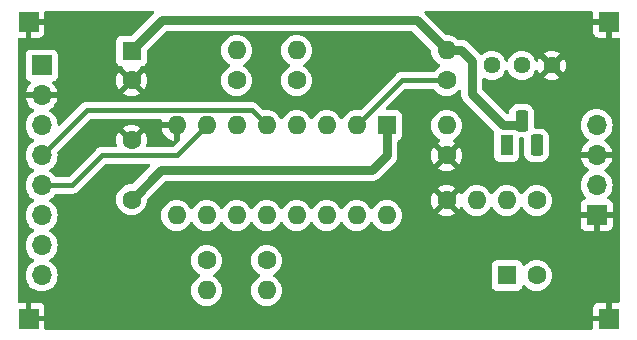
<source format=gbr>
%TF.GenerationSoftware,KiCad,Pcbnew,7.0.6*%
%TF.CreationDate,2023-09-06T23:30:32+02:00*%
%TF.ProjectId,atari_2600_av_mod,61746172-695f-4323-9630-305f61765f6d,1*%
%TF.SameCoordinates,Original*%
%TF.FileFunction,Copper,L1,Top*%
%TF.FilePolarity,Positive*%
%FSLAX46Y46*%
G04 Gerber Fmt 4.6, Leading zero omitted, Abs format (unit mm)*
G04 Created by KiCad (PCBNEW 7.0.6) date 2023-09-06 23:30:32*
%MOMM*%
%LPD*%
G01*
G04 APERTURE LIST*
G04 Aperture macros list*
%AMRoundRect*
0 Rectangle with rounded corners*
0 $1 Rounding radius*
0 $2 $3 $4 $5 $6 $7 $8 $9 X,Y pos of 4 corners*
0 Add a 4 corners polygon primitive as box body*
4,1,4,$2,$3,$4,$5,$6,$7,$8,$9,$2,$3,0*
0 Add four circle primitives for the rounded corners*
1,1,$1+$1,$2,$3*
1,1,$1+$1,$4,$5*
1,1,$1+$1,$6,$7*
1,1,$1+$1,$8,$9*
0 Add four rect primitives between the rounded corners*
20,1,$1+$1,$2,$3,$4,$5,0*
20,1,$1+$1,$4,$5,$6,$7,0*
20,1,$1+$1,$6,$7,$8,$9,0*
20,1,$1+$1,$8,$9,$2,$3,0*%
G04 Aperture macros list end*
%TA.AperFunction,ComponentPad*%
%ADD10C,1.600000*%
%TD*%
%TA.AperFunction,ComponentPad*%
%ADD11O,1.600000X1.600000*%
%TD*%
%TA.AperFunction,ComponentPad*%
%ADD12R,1.600000X1.600000*%
%TD*%
%TA.AperFunction,ComponentPad*%
%ADD13R,1.700000X1.700000*%
%TD*%
%TA.AperFunction,ComponentPad*%
%ADD14O,1.700000X1.700000*%
%TD*%
%TA.AperFunction,ComponentPad*%
%ADD15R,1.100000X1.800000*%
%TD*%
%TA.AperFunction,ComponentPad*%
%ADD16RoundRect,0.275000X-0.275000X-0.625000X0.275000X-0.625000X0.275000X0.625000X-0.275000X0.625000X0*%
%TD*%
%TA.AperFunction,ComponentPad*%
%ADD17C,1.440000*%
%TD*%
%TA.AperFunction,Conductor*%
%ADD18C,0.800000*%
%TD*%
%TA.AperFunction,Conductor*%
%ADD19C,0.400000*%
%TD*%
G04 APERTURE END LIST*
D10*
%TO.P,R4,1*%
%TO.N,Net-(R4-Pad1)*%
X35530000Y-35590000D03*
D11*
%TO.P,R4,2*%
%TO.N,Net-(R1-Pad2)*%
X35530000Y-38130000D03*
%TD*%
D12*
%TO.P,U1,1,VCC*%
%TO.N,/+5V*%
X45690000Y-24160000D03*
D11*
%TO.P,U1,2*%
%TO.N,Net-(R1-Pad2)*%
X43150000Y-24160000D03*
%TO.P,U1,3*%
%TO.N,Net-(J1-Pin_3)*%
X40610000Y-24160000D03*
%TO.P,U1,4*%
%TO.N,Net-(R1-Pad1)*%
X38070000Y-24160000D03*
%TO.P,U1,5*%
%TO.N,Net-(J1-Pin_4)*%
X35530000Y-24160000D03*
%TO.P,U1,6*%
%TO.N,Net-(R2-Pad1)*%
X32990000Y-24160000D03*
%TO.P,U1,7*%
%TO.N,Net-(J1-Pin_5)*%
X30450000Y-24160000D03*
%TO.P,U1,8,VSS*%
%TO.N,/GND*%
X27910000Y-24160000D03*
%TO.P,U1,9*%
%TO.N,Net-(J1-Pin_6)*%
X27910000Y-31780000D03*
%TO.P,U1,10*%
%TO.N,Net-(R3-Pad1)*%
X30450000Y-31780000D03*
%TO.P,U1,11*%
%TO.N,Net-(J1-Pin_7)*%
X32990000Y-31780000D03*
%TO.P,U1,12*%
%TO.N,Net-(R4-Pad1)*%
X35530000Y-31780000D03*
%TO.P,U1,13*%
%TO.N,N/C*%
X38070000Y-31780000D03*
%TO.P,U1,14*%
%TO.N,unconnected-(U1-Pad14)*%
X40610000Y-31780000D03*
%TO.P,U1,15*%
%TO.N,unconnected-(U1-Pad15)*%
X43150000Y-31780000D03*
%TO.P,U1,16*%
%TO.N,N/C*%
X45690000Y-31780000D03*
%TD*%
D10*
%TO.P,R5,1*%
%TO.N,Net-(R1-Pad2)*%
X50770000Y-20350000D03*
D11*
%TO.P,R5,2*%
%TO.N,/+5V*%
X50770000Y-17810000D03*
%TD*%
D10*
%TO.P,R1,1*%
%TO.N,Net-(R1-Pad1)*%
X38070000Y-20350000D03*
D11*
%TO.P,R1,2*%
%TO.N,Net-(R1-Pad2)*%
X38070000Y-17810000D03*
%TD*%
D10*
%TO.P,C2,1*%
%TO.N,/+5V*%
X24100000Y-30430000D03*
%TO.P,C2,2*%
%TO.N,/GND*%
X24100000Y-25430000D03*
%TD*%
%TO.P,R7,1*%
%TO.N,/GND*%
X50770000Y-30510000D03*
D11*
%TO.P,R7,2*%
%TO.N,Net-(Q1-E)*%
X53310000Y-30510000D03*
%TD*%
D10*
%TO.P,R8,1*%
%TO.N,Net-(J2-Pin_4)*%
X58390000Y-30510000D03*
D11*
%TO.P,R8,2*%
%TO.N,Net-(Q1-E)*%
X55850000Y-30510000D03*
%TD*%
D13*
%TO.P,J2,1,Pin_1*%
%TO.N,/GND*%
X63470000Y-31750000D03*
D14*
%TO.P,J2,2,Pin_2*%
%TO.N,Net-(J2-Pin_2)*%
X63470000Y-29210000D03*
%TO.P,J2,3,Pin_3*%
%TO.N,/GND*%
X63470000Y-26670000D03*
%TO.P,J2,4,Pin_4*%
%TO.N,Net-(J2-Pin_4)*%
X63470000Y-24130000D03*
%TD*%
D12*
%TO.P,C1,1*%
%TO.N,/+5V*%
X24100000Y-17850000D03*
D10*
%TO.P,C1,2*%
%TO.N,/GND*%
X24100000Y-20350000D03*
%TD*%
D13*
%TO.P,J1,1,Pin_1*%
%TO.N,/+5V*%
X16480000Y-19080000D03*
D14*
%TO.P,J1,2,Pin_2*%
%TO.N,/GND*%
X16480000Y-21620000D03*
%TO.P,J1,3,Pin_3*%
%TO.N,Net-(J1-Pin_3)*%
X16480000Y-24160000D03*
%TO.P,J1,4,Pin_4*%
%TO.N,Net-(J1-Pin_4)*%
X16480000Y-26700000D03*
%TO.P,J1,5,Pin_5*%
%TO.N,Net-(J1-Pin_5)*%
X16480000Y-29240000D03*
%TO.P,J1,6,Pin_6*%
%TO.N,Net-(J1-Pin_6)*%
X16480000Y-31780000D03*
%TO.P,J1,7,Pin_7*%
%TO.N,Net-(J1-Pin_7)*%
X16480000Y-34320000D03*
%TO.P,J1,8,Pin_8*%
%TO.N,Net-(J1-Pin_8)*%
X16480000Y-36860000D03*
%TD*%
D13*
%TO.P,J3,1,Pin_1*%
%TO.N,/GND*%
X15371146Y-15363548D03*
%TD*%
D10*
%TO.P,R3,1*%
%TO.N,Net-(R3-Pad1)*%
X30450000Y-35590000D03*
D11*
%TO.P,R3,2*%
%TO.N,Net-(R1-Pad2)*%
X30450000Y-38130000D03*
%TD*%
D13*
%TO.P,J6,1,Pin_1*%
%TO.N,/GND*%
X64506439Y-40507248D03*
%TD*%
D10*
%TO.P,R6,1*%
%TO.N,/GND*%
X50770000Y-26700000D03*
D11*
%TO.P,R6,2*%
%TO.N,Net-(R1-Pad2)*%
X50770000Y-24160000D03*
%TD*%
D15*
%TO.P,Q1,1,E*%
%TO.N,Net-(Q1-E)*%
X55850000Y-25830000D03*
D16*
%TO.P,Q1,2,C*%
%TO.N,/+5V*%
X57120000Y-23760000D03*
%TO.P,Q1,3,B*%
%TO.N,Net-(Q1-B)*%
X58390000Y-25830000D03*
%TD*%
D13*
%TO.P,J5,1,Pin_1*%
%TO.N,/GND*%
X15371146Y-40507248D03*
%TD*%
D12*
%TO.P,C3,1*%
%TO.N,Net-(J1-Pin_8)*%
X55890000Y-36860000D03*
D10*
%TO.P,C3,2*%
%TO.N,Net-(J2-Pin_2)*%
X58390000Y-36860000D03*
%TD*%
D13*
%TO.P,J4,1,Pin_1*%
%TO.N,/GND*%
X64506439Y-15363548D03*
%TD*%
D10*
%TO.P,R2,1*%
%TO.N,Net-(R2-Pad1)*%
X32990000Y-20350000D03*
D11*
%TO.P,R2,2*%
%TO.N,Net-(R1-Pad2)*%
X32990000Y-17810000D03*
%TD*%
D17*
%TO.P,RV1,1,1*%
%TO.N,Net-(R1-Pad2)*%
X54595000Y-19080000D03*
%TO.P,RV1,2,2*%
%TO.N,Net-(Q1-B)*%
X57135000Y-19080000D03*
%TO.P,RV1,3,3*%
%TO.N,/GND*%
X59675000Y-19080000D03*
%TD*%
D18*
%TO.N,/+5V*%
X50770000Y-17810000D02*
X52010000Y-17810000D01*
X26640000Y-15270000D02*
X48230000Y-15270000D01*
X55560000Y-24160000D02*
X57120000Y-24160000D01*
X44420000Y-27970000D02*
X45690000Y-26700000D01*
X24100000Y-30430000D02*
X26560000Y-27970000D01*
X24100000Y-17810000D02*
X26640000Y-15270000D01*
X52900000Y-21500000D02*
X55560000Y-24160000D01*
X26560000Y-27970000D02*
X44420000Y-27970000D01*
X45690000Y-26700000D02*
X45690000Y-24160000D01*
X52010000Y-17810000D02*
X52900000Y-18700000D01*
X48230000Y-15270000D02*
X50770000Y-17810000D01*
X52900000Y-18700000D02*
X52900000Y-21500000D01*
D19*
%TO.N,Net-(R1-Pad2)*%
X43150000Y-24160000D02*
X46960000Y-20350000D01*
X46960000Y-20350000D02*
X50770000Y-20350000D01*
%TO.N,Net-(J1-Pin_4)*%
X20290000Y-22890000D02*
X34260000Y-22890000D01*
X34260000Y-22890000D02*
X35530000Y-24160000D01*
X16480000Y-26700000D02*
X20290000Y-22890000D01*
%TO.N,Net-(J1-Pin_5)*%
X21560000Y-26700000D02*
X27910000Y-26700000D01*
X16480000Y-29240000D02*
X19020000Y-29240000D01*
X19020000Y-29240000D02*
X21560000Y-26700000D01*
X27910000Y-26700000D02*
X30450000Y-24160000D01*
%TD*%
%TA.AperFunction,Conductor*%
%TO.N,/GND*%
G36*
X25959485Y-14460185D02*
G01*
X26005240Y-14512989D01*
X26015184Y-14582147D01*
X25986159Y-14645703D01*
X25975419Y-14656649D01*
X25967114Y-14664126D01*
X25958869Y-14675474D01*
X25946236Y-14690263D01*
X24123318Y-16513181D01*
X24061995Y-16546666D01*
X24035637Y-16549500D01*
X23252129Y-16549500D01*
X23252123Y-16549501D01*
X23192516Y-16555908D01*
X23057671Y-16606202D01*
X23057664Y-16606206D01*
X22942455Y-16692452D01*
X22942452Y-16692455D01*
X22856206Y-16807664D01*
X22856202Y-16807671D01*
X22805908Y-16942517D01*
X22799501Y-17002116D01*
X22799500Y-17002135D01*
X22799500Y-18697870D01*
X22799501Y-18697876D01*
X22805908Y-18757483D01*
X22856202Y-18892328D01*
X22856206Y-18892335D01*
X22942452Y-19007544D01*
X22942455Y-19007547D01*
X23057664Y-19093793D01*
X23057671Y-19093797D01*
X23102618Y-19110561D01*
X23192517Y-19144091D01*
X23252127Y-19150500D01*
X23252153Y-19150499D01*
X23255453Y-19150678D01*
X23255372Y-19152183D01*
X23316672Y-19170112D01*
X23362483Y-19222867D01*
X23370016Y-19266463D01*
X24055600Y-19952046D01*
X23974852Y-19964835D01*
X23861955Y-20022359D01*
X23772359Y-20111955D01*
X23714835Y-20224852D01*
X23702046Y-20305599D01*
X23020973Y-19624526D01*
X23020972Y-19624527D01*
X22969868Y-19697513D01*
X22873734Y-19903673D01*
X22873730Y-19903682D01*
X22814860Y-20123389D01*
X22814858Y-20123400D01*
X22795034Y-20349997D01*
X22795034Y-20350002D01*
X22814858Y-20576599D01*
X22814860Y-20576610D01*
X22873730Y-20796317D01*
X22873734Y-20796326D01*
X22969865Y-21002481D01*
X22969866Y-21002483D01*
X23020973Y-21075471D01*
X23020974Y-21075472D01*
X23702046Y-20394399D01*
X23714835Y-20475148D01*
X23772359Y-20588045D01*
X23861955Y-20677641D01*
X23974852Y-20735165D01*
X24055599Y-20747953D01*
X23374526Y-21429025D01*
X23374526Y-21429026D01*
X23447512Y-21480131D01*
X23447516Y-21480133D01*
X23653673Y-21576265D01*
X23653682Y-21576269D01*
X23873389Y-21635139D01*
X23873400Y-21635141D01*
X24099998Y-21654966D01*
X24100002Y-21654966D01*
X24326599Y-21635141D01*
X24326610Y-21635139D01*
X24546317Y-21576269D01*
X24546331Y-21576264D01*
X24752478Y-21480136D01*
X24825472Y-21429025D01*
X24144401Y-20747953D01*
X24225148Y-20735165D01*
X24338045Y-20677641D01*
X24427641Y-20588045D01*
X24485165Y-20475148D01*
X24497953Y-20394400D01*
X25179025Y-21075472D01*
X25230136Y-21002478D01*
X25326264Y-20796331D01*
X25326269Y-20796317D01*
X25385139Y-20576610D01*
X25385141Y-20576599D01*
X25404966Y-20350002D01*
X25404966Y-20350001D01*
X31684532Y-20350001D01*
X31704364Y-20576686D01*
X31704366Y-20576697D01*
X31763258Y-20796488D01*
X31763261Y-20796497D01*
X31859431Y-21002732D01*
X31859432Y-21002734D01*
X31989954Y-21189141D01*
X32150858Y-21350045D01*
X32150861Y-21350047D01*
X32337266Y-21480568D01*
X32543504Y-21576739D01*
X32763308Y-21635635D01*
X32925230Y-21649801D01*
X32989998Y-21655468D01*
X32990000Y-21655468D01*
X32990002Y-21655468D01*
X33046673Y-21650509D01*
X33216692Y-21635635D01*
X33436496Y-21576739D01*
X33642734Y-21480568D01*
X33829139Y-21350047D01*
X33990047Y-21189139D01*
X34120568Y-21002734D01*
X34216739Y-20796496D01*
X34275635Y-20576692D01*
X34295468Y-20350001D01*
X36764532Y-20350001D01*
X36784364Y-20576686D01*
X36784366Y-20576697D01*
X36843258Y-20796488D01*
X36843261Y-20796497D01*
X36939431Y-21002732D01*
X36939432Y-21002734D01*
X37069954Y-21189141D01*
X37230858Y-21350045D01*
X37230861Y-21350047D01*
X37417266Y-21480568D01*
X37623504Y-21576739D01*
X37843308Y-21635635D01*
X38005230Y-21649801D01*
X38069998Y-21655468D01*
X38070000Y-21655468D01*
X38070002Y-21655468D01*
X38126672Y-21650509D01*
X38296692Y-21635635D01*
X38516496Y-21576739D01*
X38722734Y-21480568D01*
X38909139Y-21350047D01*
X39070047Y-21189139D01*
X39200568Y-21002734D01*
X39296739Y-20796496D01*
X39355635Y-20576692D01*
X39375468Y-20350000D01*
X39355635Y-20123308D01*
X39296739Y-19903504D01*
X39200568Y-19697266D01*
X39070047Y-19510861D01*
X39070046Y-19510860D01*
X39070045Y-19510858D01*
X38909141Y-19349954D01*
X38722734Y-19219432D01*
X38722728Y-19219429D01*
X38664725Y-19192382D01*
X38612285Y-19146210D01*
X38593133Y-19079017D01*
X38613348Y-19012135D01*
X38664725Y-18967618D01*
X38722734Y-18940568D01*
X38909139Y-18810047D01*
X39070047Y-18649139D01*
X39200568Y-18462734D01*
X39296739Y-18256496D01*
X39355635Y-18036692D01*
X39375468Y-17810000D01*
X39355635Y-17583308D01*
X39296739Y-17363504D01*
X39200568Y-17157266D01*
X39091945Y-17002135D01*
X39070045Y-16970858D01*
X38909141Y-16809954D01*
X38722734Y-16679432D01*
X38722732Y-16679431D01*
X38516497Y-16583261D01*
X38516488Y-16583258D01*
X38296697Y-16524366D01*
X38296693Y-16524365D01*
X38296692Y-16524365D01*
X38296691Y-16524364D01*
X38296686Y-16524364D01*
X38070002Y-16504532D01*
X38069998Y-16504532D01*
X37843313Y-16524364D01*
X37843302Y-16524366D01*
X37623511Y-16583258D01*
X37623502Y-16583261D01*
X37417267Y-16679431D01*
X37417265Y-16679432D01*
X37230858Y-16809954D01*
X37069954Y-16970858D01*
X36939432Y-17157265D01*
X36939431Y-17157267D01*
X36843261Y-17363502D01*
X36843258Y-17363511D01*
X36784366Y-17583302D01*
X36784364Y-17583313D01*
X36764532Y-17809998D01*
X36764532Y-17810001D01*
X36784364Y-18036686D01*
X36784366Y-18036697D01*
X36843258Y-18256488D01*
X36843261Y-18256497D01*
X36939431Y-18462732D01*
X36939432Y-18462734D01*
X37069954Y-18649141D01*
X37230858Y-18810045D01*
X37230861Y-18810047D01*
X37417266Y-18940568D01*
X37475275Y-18967618D01*
X37527714Y-19013791D01*
X37546866Y-19080984D01*
X37526650Y-19147865D01*
X37475275Y-19192382D01*
X37417267Y-19219431D01*
X37417265Y-19219432D01*
X37230858Y-19349954D01*
X37069954Y-19510858D01*
X36990364Y-19624527D01*
X36942713Y-19692581D01*
X36939435Y-19697262D01*
X36939431Y-19697267D01*
X36843261Y-19903502D01*
X36843258Y-19903511D01*
X36784366Y-20123302D01*
X36784364Y-20123313D01*
X36764532Y-20349998D01*
X36764532Y-20350001D01*
X34295468Y-20350001D01*
X34295468Y-20350000D01*
X34275635Y-20123308D01*
X34216739Y-19903504D01*
X34120568Y-19697266D01*
X33990047Y-19510861D01*
X33990046Y-19510860D01*
X33990045Y-19510858D01*
X33829141Y-19349954D01*
X33642734Y-19219432D01*
X33642728Y-19219429D01*
X33584725Y-19192382D01*
X33532285Y-19146210D01*
X33513133Y-19079017D01*
X33533348Y-19012135D01*
X33584725Y-18967618D01*
X33642734Y-18940568D01*
X33829139Y-18810047D01*
X33990047Y-18649139D01*
X34120568Y-18462734D01*
X34216739Y-18256496D01*
X34275635Y-18036692D01*
X34295468Y-17810000D01*
X34275635Y-17583308D01*
X34216739Y-17363504D01*
X34120568Y-17157266D01*
X34011945Y-17002135D01*
X33990045Y-16970858D01*
X33829141Y-16809954D01*
X33642734Y-16679432D01*
X33642732Y-16679431D01*
X33436497Y-16583261D01*
X33436488Y-16583258D01*
X33216697Y-16524366D01*
X33216693Y-16524365D01*
X33216692Y-16524365D01*
X33216691Y-16524364D01*
X33216686Y-16524364D01*
X32990002Y-16504532D01*
X32989998Y-16504532D01*
X32763313Y-16524364D01*
X32763302Y-16524366D01*
X32543511Y-16583258D01*
X32543502Y-16583261D01*
X32337267Y-16679431D01*
X32337265Y-16679432D01*
X32150858Y-16809954D01*
X31989954Y-16970858D01*
X31859432Y-17157265D01*
X31859431Y-17157267D01*
X31763261Y-17363502D01*
X31763258Y-17363511D01*
X31704366Y-17583302D01*
X31704364Y-17583313D01*
X31684532Y-17809998D01*
X31684532Y-17810001D01*
X31704364Y-18036686D01*
X31704366Y-18036697D01*
X31763258Y-18256488D01*
X31763261Y-18256497D01*
X31859431Y-18462732D01*
X31859432Y-18462734D01*
X31989954Y-18649141D01*
X32150858Y-18810045D01*
X32150861Y-18810047D01*
X32337266Y-18940568D01*
X32395275Y-18967618D01*
X32447714Y-19013791D01*
X32466866Y-19080984D01*
X32446650Y-19147865D01*
X32395275Y-19192382D01*
X32337267Y-19219431D01*
X32337265Y-19219432D01*
X32150858Y-19349954D01*
X31989954Y-19510858D01*
X31910364Y-19624527D01*
X31862713Y-19692581D01*
X31859435Y-19697262D01*
X31859431Y-19697267D01*
X31763261Y-19903502D01*
X31763258Y-19903511D01*
X31704366Y-20123302D01*
X31704364Y-20123313D01*
X31684532Y-20349998D01*
X31684532Y-20350001D01*
X25404966Y-20350001D01*
X25404966Y-20349997D01*
X25385141Y-20123400D01*
X25385139Y-20123389D01*
X25326269Y-19903682D01*
X25326265Y-19903673D01*
X25230133Y-19697516D01*
X25230131Y-19697512D01*
X25179026Y-19624526D01*
X25179025Y-19624526D01*
X24497953Y-20305598D01*
X24485165Y-20224852D01*
X24427641Y-20111955D01*
X24338045Y-20022359D01*
X24225148Y-19964835D01*
X24144400Y-19952046D01*
X24830646Y-19265799D01*
X24840492Y-19216807D01*
X24889107Y-19166624D01*
X24944633Y-19151981D01*
X24944576Y-19150900D01*
X24944571Y-19150854D01*
X24944573Y-19150853D01*
X24944564Y-19150676D01*
X24947857Y-19150499D01*
X24947872Y-19150499D01*
X25007483Y-19144091D01*
X25142331Y-19093796D01*
X25257546Y-19007546D01*
X25343796Y-18892331D01*
X25394091Y-18757483D01*
X25400500Y-18697873D01*
X25400499Y-17834359D01*
X25420183Y-17767321D01*
X25436813Y-17746684D01*
X26976679Y-16206819D01*
X27038003Y-16173334D01*
X27064361Y-16170500D01*
X47805639Y-16170500D01*
X47872678Y-16190185D01*
X47893320Y-16206819D01*
X49429553Y-17743052D01*
X49463038Y-17804375D01*
X49465400Y-17819925D01*
X49484364Y-18036687D01*
X49484366Y-18036697D01*
X49543258Y-18256488D01*
X49543261Y-18256497D01*
X49639431Y-18462732D01*
X49639432Y-18462734D01*
X49769954Y-18649141D01*
X49930858Y-18810045D01*
X49930861Y-18810047D01*
X50117266Y-18940568D01*
X50175275Y-18967618D01*
X50227714Y-19013791D01*
X50246866Y-19080984D01*
X50226650Y-19147865D01*
X50175275Y-19192382D01*
X50117267Y-19219431D01*
X50117265Y-19219432D01*
X49930858Y-19349954D01*
X49769954Y-19510858D01*
X49709902Y-19596623D01*
X49655325Y-19640248D01*
X49608327Y-19649500D01*
X46983048Y-19649500D01*
X46979303Y-19649387D01*
X46917396Y-19645642D01*
X46917389Y-19645642D01*
X46856386Y-19656821D01*
X46852685Y-19657384D01*
X46791128Y-19664859D01*
X46791121Y-19664861D01*
X46781647Y-19668454D01*
X46760049Y-19674475D01*
X46750069Y-19676304D01*
X46693519Y-19701755D01*
X46690060Y-19703188D01*
X46632071Y-19725181D01*
X46632066Y-19725184D01*
X46623722Y-19730943D01*
X46604187Y-19741961D01*
X46594947Y-19746120D01*
X46594945Y-19746121D01*
X46546136Y-19784359D01*
X46543122Y-19786576D01*
X46492070Y-19821817D01*
X46492068Y-19821818D01*
X46450942Y-19868240D01*
X46448375Y-19870966D01*
X43480369Y-22838972D01*
X43419046Y-22872457D01*
X43381881Y-22874819D01*
X43376680Y-22874364D01*
X43357171Y-22872657D01*
X43150002Y-22854532D01*
X43149998Y-22854532D01*
X42923313Y-22874364D01*
X42923302Y-22874366D01*
X42703511Y-22933258D01*
X42703502Y-22933261D01*
X42497267Y-23029431D01*
X42497265Y-23029432D01*
X42310858Y-23159954D01*
X42149954Y-23320858D01*
X42019432Y-23507265D01*
X42019431Y-23507267D01*
X41992382Y-23565275D01*
X41946209Y-23617714D01*
X41879016Y-23636866D01*
X41812135Y-23616650D01*
X41767618Y-23565275D01*
X41740568Y-23507267D01*
X41740567Y-23507265D01*
X41610045Y-23320858D01*
X41449141Y-23159954D01*
X41262734Y-23029432D01*
X41262732Y-23029431D01*
X41056497Y-22933261D01*
X41056488Y-22933258D01*
X40836697Y-22874366D01*
X40836693Y-22874365D01*
X40836692Y-22874365D01*
X40836691Y-22874364D01*
X40836686Y-22874364D01*
X40610002Y-22854532D01*
X40609998Y-22854532D01*
X40383313Y-22874364D01*
X40383302Y-22874366D01*
X40163511Y-22933258D01*
X40163502Y-22933261D01*
X39957267Y-23029431D01*
X39957265Y-23029432D01*
X39770858Y-23159954D01*
X39609954Y-23320858D01*
X39479432Y-23507265D01*
X39479431Y-23507267D01*
X39452382Y-23565275D01*
X39406209Y-23617714D01*
X39339016Y-23636866D01*
X39272135Y-23616650D01*
X39227618Y-23565275D01*
X39200568Y-23507267D01*
X39200567Y-23507265D01*
X39070045Y-23320858D01*
X38909141Y-23159954D01*
X38722734Y-23029432D01*
X38722732Y-23029431D01*
X38516497Y-22933261D01*
X38516488Y-22933258D01*
X38296697Y-22874366D01*
X38296693Y-22874365D01*
X38296692Y-22874365D01*
X38296691Y-22874364D01*
X38296686Y-22874364D01*
X38070002Y-22854532D01*
X38069998Y-22854532D01*
X37843313Y-22874364D01*
X37843302Y-22874366D01*
X37623511Y-22933258D01*
X37623502Y-22933261D01*
X37417267Y-23029431D01*
X37417265Y-23029432D01*
X37230858Y-23159954D01*
X37069954Y-23320858D01*
X36939432Y-23507265D01*
X36939431Y-23507267D01*
X36912382Y-23565275D01*
X36866209Y-23617714D01*
X36799016Y-23636866D01*
X36732135Y-23616650D01*
X36687618Y-23565275D01*
X36660568Y-23507267D01*
X36660567Y-23507265D01*
X36530045Y-23320858D01*
X36369141Y-23159954D01*
X36182734Y-23029432D01*
X36182732Y-23029431D01*
X35976497Y-22933261D01*
X35976488Y-22933258D01*
X35756697Y-22874366D01*
X35756693Y-22874365D01*
X35756692Y-22874365D01*
X35756691Y-22874364D01*
X35756686Y-22874364D01*
X35530002Y-22854532D01*
X35529998Y-22854532D01*
X35298117Y-22874819D01*
X35229617Y-22861052D01*
X35199629Y-22838972D01*
X35008476Y-22647819D01*
X34771598Y-22410941D01*
X34769064Y-22408250D01*
X34727929Y-22361817D01*
X34727928Y-22361816D01*
X34727924Y-22361812D01*
X34676896Y-22326591D01*
X34673887Y-22324377D01*
X34625060Y-22286124D01*
X34625055Y-22286120D01*
X34615813Y-22281961D01*
X34596266Y-22270936D01*
X34594657Y-22269826D01*
X34587930Y-22265182D01*
X34529938Y-22243188D01*
X34526490Y-22241759D01*
X34469930Y-22216304D01*
X34459946Y-22214474D01*
X34438343Y-22208451D01*
X34428874Y-22204860D01*
X34428870Y-22204859D01*
X34367313Y-22197384D01*
X34363612Y-22196821D01*
X34302608Y-22185642D01*
X34302603Y-22185642D01*
X34240697Y-22189387D01*
X34236952Y-22189500D01*
X20313048Y-22189500D01*
X20309303Y-22189387D01*
X20247396Y-22185642D01*
X20247389Y-22185642D01*
X20186386Y-22196821D01*
X20182685Y-22197384D01*
X20121128Y-22204859D01*
X20121121Y-22204861D01*
X20111647Y-22208454D01*
X20090049Y-22214475D01*
X20080069Y-22216304D01*
X20023519Y-22241755D01*
X20020060Y-22243188D01*
X19962071Y-22265181D01*
X19962066Y-22265184D01*
X19953722Y-22270943D01*
X19934187Y-22281961D01*
X19924947Y-22286120D01*
X19924945Y-22286121D01*
X19876136Y-22324359D01*
X19873122Y-22326576D01*
X19822070Y-22361817D01*
X19822068Y-22361818D01*
X19780942Y-22408240D01*
X19778375Y-22410966D01*
X18039273Y-24150068D01*
X17977950Y-24183553D01*
X17908258Y-24178569D01*
X17852325Y-24136697D01*
X17828064Y-24073194D01*
X17815063Y-23924592D01*
X17753903Y-23696337D01*
X17654035Y-23482171D01*
X17633028Y-23452169D01*
X17518494Y-23288597D01*
X17351402Y-23121506D01*
X17351401Y-23121505D01*
X17165405Y-22991269D01*
X17121781Y-22936692D01*
X17114588Y-22867193D01*
X17146110Y-22804839D01*
X17165405Y-22788119D01*
X17351082Y-22658105D01*
X17518105Y-22491082D01*
X17653600Y-22297578D01*
X17753429Y-22083492D01*
X17753432Y-22083486D01*
X17810636Y-21870000D01*
X16913686Y-21870000D01*
X16939493Y-21829844D01*
X16980000Y-21691889D01*
X16980000Y-21548111D01*
X16939493Y-21410156D01*
X16913686Y-21370000D01*
X17810636Y-21370000D01*
X17810635Y-21369999D01*
X17753432Y-21156513D01*
X17753429Y-21156507D01*
X17653600Y-20942422D01*
X17653599Y-20942420D01*
X17518113Y-20748926D01*
X17518108Y-20748920D01*
X17396053Y-20626865D01*
X17362568Y-20565542D01*
X17367552Y-20495850D01*
X17409424Y-20439917D01*
X17440400Y-20423002D01*
X17572331Y-20373796D01*
X17687546Y-20287546D01*
X17773796Y-20172331D01*
X17824091Y-20037483D01*
X17830500Y-19977873D01*
X17830499Y-18182128D01*
X17824091Y-18122517D01*
X17820803Y-18113702D01*
X17773797Y-17987671D01*
X17773793Y-17987664D01*
X17687547Y-17872455D01*
X17687544Y-17872452D01*
X17572335Y-17786206D01*
X17572328Y-17786202D01*
X17437482Y-17735908D01*
X17437483Y-17735908D01*
X17377883Y-17729501D01*
X17377881Y-17729500D01*
X17377873Y-17729500D01*
X17377864Y-17729500D01*
X15582129Y-17729500D01*
X15582123Y-17729501D01*
X15522516Y-17735908D01*
X15387671Y-17786202D01*
X15387664Y-17786206D01*
X15272455Y-17872452D01*
X15272452Y-17872455D01*
X15186206Y-17987664D01*
X15186202Y-17987671D01*
X15135908Y-18122517D01*
X15131042Y-18167784D01*
X15129501Y-18182123D01*
X15129500Y-18182135D01*
X15129500Y-19977870D01*
X15129501Y-19977876D01*
X15135908Y-20037483D01*
X15186202Y-20172328D01*
X15186206Y-20172335D01*
X15272452Y-20287544D01*
X15272455Y-20287547D01*
X15387664Y-20373793D01*
X15387671Y-20373797D01*
X15387674Y-20373798D01*
X15519598Y-20423002D01*
X15575531Y-20464873D01*
X15599949Y-20530337D01*
X15585098Y-20598610D01*
X15563947Y-20626865D01*
X15441886Y-20748926D01*
X15306400Y-20942420D01*
X15306399Y-20942422D01*
X15206570Y-21156507D01*
X15206567Y-21156513D01*
X15149364Y-21369999D01*
X15149364Y-21370000D01*
X16046314Y-21370000D01*
X16020507Y-21410156D01*
X15980000Y-21548111D01*
X15980000Y-21691889D01*
X16020507Y-21829844D01*
X16046314Y-21870000D01*
X15149364Y-21870000D01*
X15206567Y-22083486D01*
X15206570Y-22083492D01*
X15306399Y-22297578D01*
X15441894Y-22491082D01*
X15608917Y-22658105D01*
X15794595Y-22788119D01*
X15838219Y-22842696D01*
X15845412Y-22912195D01*
X15813890Y-22974549D01*
X15794595Y-22991269D01*
X15608594Y-23121508D01*
X15441505Y-23288597D01*
X15305965Y-23482169D01*
X15305964Y-23482171D01*
X15206098Y-23696335D01*
X15206094Y-23696344D01*
X15144938Y-23924586D01*
X15144936Y-23924596D01*
X15124341Y-24159999D01*
X15124341Y-24160000D01*
X15144936Y-24395403D01*
X15144938Y-24395413D01*
X15206094Y-24623655D01*
X15206096Y-24623659D01*
X15206097Y-24623663D01*
X15267213Y-24754726D01*
X15305965Y-24837830D01*
X15305967Y-24837834D01*
X15366104Y-24923718D01*
X15441464Y-25031343D01*
X15441501Y-25031395D01*
X15441506Y-25031402D01*
X15608597Y-25198493D01*
X15608603Y-25198498D01*
X15794158Y-25328425D01*
X15837783Y-25383002D01*
X15844977Y-25452500D01*
X15813454Y-25514855D01*
X15794158Y-25531575D01*
X15608597Y-25661505D01*
X15441505Y-25828597D01*
X15305965Y-26022169D01*
X15305964Y-26022171D01*
X15206098Y-26236335D01*
X15206094Y-26236344D01*
X15144938Y-26464586D01*
X15144936Y-26464596D01*
X15124341Y-26699999D01*
X15124341Y-26700000D01*
X15144936Y-26935403D01*
X15144938Y-26935413D01*
X15206094Y-27163655D01*
X15206096Y-27163659D01*
X15206097Y-27163663D01*
X15303660Y-27372887D01*
X15305965Y-27377830D01*
X15305967Y-27377834D01*
X15441501Y-27571395D01*
X15441506Y-27571402D01*
X15608597Y-27738493D01*
X15608603Y-27738498D01*
X15794158Y-27868425D01*
X15837783Y-27923002D01*
X15844977Y-27992500D01*
X15813454Y-28054855D01*
X15794158Y-28071575D01*
X15608597Y-28201505D01*
X15441505Y-28368597D01*
X15305965Y-28562169D01*
X15305964Y-28562171D01*
X15206098Y-28776335D01*
X15206094Y-28776344D01*
X15144938Y-29004586D01*
X15144936Y-29004596D01*
X15124341Y-29239999D01*
X15124341Y-29240000D01*
X15144936Y-29475403D01*
X15144938Y-29475413D01*
X15206094Y-29703655D01*
X15206096Y-29703659D01*
X15206097Y-29703663D01*
X15277724Y-29857267D01*
X15305965Y-29917830D01*
X15305967Y-29917834D01*
X15407966Y-30063502D01*
X15420499Y-30081402D01*
X15441501Y-30111395D01*
X15441506Y-30111402D01*
X15608597Y-30278493D01*
X15608603Y-30278498D01*
X15794158Y-30408425D01*
X15837783Y-30463002D01*
X15844977Y-30532500D01*
X15813454Y-30594855D01*
X15794158Y-30611575D01*
X15608597Y-30741505D01*
X15441505Y-30908597D01*
X15305965Y-31102169D01*
X15305964Y-31102171D01*
X15206098Y-31316335D01*
X15206094Y-31316344D01*
X15144938Y-31544586D01*
X15144936Y-31544596D01*
X15124341Y-31779999D01*
X15124341Y-31780000D01*
X15144936Y-32015403D01*
X15144938Y-32015413D01*
X15206094Y-32243655D01*
X15206096Y-32243659D01*
X15206097Y-32243663D01*
X15267213Y-32374726D01*
X15305965Y-32457830D01*
X15305967Y-32457834D01*
X15414281Y-32612521D01*
X15439014Y-32647844D01*
X15441501Y-32651395D01*
X15441506Y-32651402D01*
X15608597Y-32818493D01*
X15608603Y-32818498D01*
X15794158Y-32948425D01*
X15837783Y-33003002D01*
X15844977Y-33072500D01*
X15813454Y-33134855D01*
X15794158Y-33151575D01*
X15608597Y-33281505D01*
X15441505Y-33448597D01*
X15305965Y-33642169D01*
X15305964Y-33642171D01*
X15206098Y-33856335D01*
X15206094Y-33856344D01*
X15144938Y-34084586D01*
X15144936Y-34084596D01*
X15124341Y-34319999D01*
X15124341Y-34320000D01*
X15144936Y-34555403D01*
X15144938Y-34555413D01*
X15206094Y-34783655D01*
X15206096Y-34783659D01*
X15206097Y-34783663D01*
X15277724Y-34937267D01*
X15305965Y-34997830D01*
X15305967Y-34997834D01*
X15441501Y-35191395D01*
X15441506Y-35191402D01*
X15608597Y-35358493D01*
X15608603Y-35358498D01*
X15794158Y-35488425D01*
X15837783Y-35543002D01*
X15844977Y-35612500D01*
X15813454Y-35674855D01*
X15794158Y-35691575D01*
X15608597Y-35821505D01*
X15441505Y-35988597D01*
X15305965Y-36182169D01*
X15305964Y-36182171D01*
X15206098Y-36396335D01*
X15206094Y-36396344D01*
X15144938Y-36624586D01*
X15144936Y-36624596D01*
X15124341Y-36859999D01*
X15124341Y-36860000D01*
X15144936Y-37095403D01*
X15144938Y-37095413D01*
X15206094Y-37323655D01*
X15206096Y-37323659D01*
X15206097Y-37323663D01*
X15277724Y-37477267D01*
X15305965Y-37537830D01*
X15305967Y-37537834D01*
X15397796Y-37668978D01*
X15441505Y-37731401D01*
X15608599Y-37898495D01*
X15615473Y-37903308D01*
X15802165Y-38034032D01*
X15802167Y-38034033D01*
X15802170Y-38034035D01*
X16016337Y-38133903D01*
X16244592Y-38195063D01*
X16432918Y-38211539D01*
X16479999Y-38215659D01*
X16480000Y-38215659D01*
X16480001Y-38215659D01*
X16519234Y-38212226D01*
X16715408Y-38195063D01*
X16943663Y-38133903D01*
X16952031Y-38130001D01*
X29144532Y-38130001D01*
X29164364Y-38356686D01*
X29164366Y-38356697D01*
X29223258Y-38576488D01*
X29223261Y-38576497D01*
X29319431Y-38782732D01*
X29319432Y-38782734D01*
X29449954Y-38969141D01*
X29610858Y-39130045D01*
X29610861Y-39130047D01*
X29797266Y-39260568D01*
X30003504Y-39356739D01*
X30223308Y-39415635D01*
X30385230Y-39429801D01*
X30449998Y-39435468D01*
X30450000Y-39435468D01*
X30450002Y-39435468D01*
X30506672Y-39430509D01*
X30676692Y-39415635D01*
X30896496Y-39356739D01*
X31102734Y-39260568D01*
X31289139Y-39130047D01*
X31450047Y-38969139D01*
X31580568Y-38782734D01*
X31676739Y-38576496D01*
X31735635Y-38356692D01*
X31755468Y-38130001D01*
X34224532Y-38130001D01*
X34244364Y-38356686D01*
X34244366Y-38356697D01*
X34303258Y-38576488D01*
X34303261Y-38576497D01*
X34399431Y-38782732D01*
X34399432Y-38782734D01*
X34529954Y-38969141D01*
X34690858Y-39130045D01*
X34690861Y-39130047D01*
X34877266Y-39260568D01*
X35083504Y-39356739D01*
X35303308Y-39415635D01*
X35465230Y-39429801D01*
X35529998Y-39435468D01*
X35530000Y-39435468D01*
X35530002Y-39435468D01*
X35586672Y-39430509D01*
X35756692Y-39415635D01*
X35976496Y-39356739D01*
X36182734Y-39260568D01*
X36369139Y-39130047D01*
X36530047Y-38969139D01*
X36660568Y-38782734D01*
X36756739Y-38576496D01*
X36815635Y-38356692D01*
X36835468Y-38130000D01*
X36833175Y-38103796D01*
X36827072Y-38034032D01*
X36815635Y-37903308D01*
X36763268Y-37707870D01*
X54589500Y-37707870D01*
X54589501Y-37707876D01*
X54595908Y-37767483D01*
X54646202Y-37902328D01*
X54646206Y-37902335D01*
X54732452Y-38017544D01*
X54732455Y-38017547D01*
X54847664Y-38103793D01*
X54847671Y-38103797D01*
X54982517Y-38154091D01*
X54982516Y-38154091D01*
X54989444Y-38154835D01*
X55042127Y-38160500D01*
X56737872Y-38160499D01*
X56797483Y-38154091D01*
X56932331Y-38103796D01*
X57047546Y-38017546D01*
X57133796Y-37902331D01*
X57184091Y-37767483D01*
X57184092Y-37767472D01*
X57185365Y-37762088D01*
X57219933Y-37701369D01*
X57281841Y-37668978D01*
X57351433Y-37675199D01*
X57393725Y-37702912D01*
X57550858Y-37860045D01*
X57550861Y-37860047D01*
X57737266Y-37990568D01*
X57943504Y-38086739D01*
X58163308Y-38145635D01*
X58325230Y-38159801D01*
X58389998Y-38165468D01*
X58390000Y-38165468D01*
X58390002Y-38165468D01*
X58446807Y-38160498D01*
X58616692Y-38145635D01*
X58836496Y-38086739D01*
X59042734Y-37990568D01*
X59229139Y-37860047D01*
X59390047Y-37699139D01*
X59520568Y-37512734D01*
X59616739Y-37306496D01*
X59675635Y-37086692D01*
X59695468Y-36860000D01*
X59675635Y-36633308D01*
X59616739Y-36413504D01*
X59520568Y-36207266D01*
X59390047Y-36020861D01*
X59390045Y-36020858D01*
X59229141Y-35859954D01*
X59042734Y-35729432D01*
X59042732Y-35729431D01*
X58836497Y-35633261D01*
X58836488Y-35633258D01*
X58616697Y-35574366D01*
X58616693Y-35574365D01*
X58616692Y-35574365D01*
X58616691Y-35574364D01*
X58616686Y-35574364D01*
X58390002Y-35554532D01*
X58389998Y-35554532D01*
X58163313Y-35574364D01*
X58163302Y-35574366D01*
X57943511Y-35633258D01*
X57943502Y-35633261D01*
X57737267Y-35729431D01*
X57737265Y-35729432D01*
X57550862Y-35859951D01*
X57393726Y-36017087D01*
X57332403Y-36050571D01*
X57262711Y-36045587D01*
X57206778Y-36003715D01*
X57185369Y-35957923D01*
X57184091Y-35952518D01*
X57133797Y-35817671D01*
X57133793Y-35817664D01*
X57047547Y-35702455D01*
X57047544Y-35702452D01*
X56932335Y-35616206D01*
X56932328Y-35616202D01*
X56797482Y-35565908D01*
X56797483Y-35565908D01*
X56737883Y-35559501D01*
X56737881Y-35559500D01*
X56737873Y-35559500D01*
X56737864Y-35559500D01*
X55042129Y-35559500D01*
X55042123Y-35559501D01*
X54982516Y-35565908D01*
X54847671Y-35616202D01*
X54847664Y-35616206D01*
X54732455Y-35702452D01*
X54732452Y-35702455D01*
X54646206Y-35817664D01*
X54646202Y-35817671D01*
X54595908Y-35952517D01*
X54589501Y-36012116D01*
X54589500Y-36012135D01*
X54589500Y-37707870D01*
X36763268Y-37707870D01*
X36756739Y-37683504D01*
X36660568Y-37477266D01*
X36530047Y-37290861D01*
X36530045Y-37290858D01*
X36369141Y-37129954D01*
X36182735Y-36999433D01*
X36182736Y-36999433D01*
X36182734Y-36999432D01*
X36124722Y-36972380D01*
X36072284Y-36926208D01*
X36053133Y-36859014D01*
X36073349Y-36792133D01*
X36124721Y-36747619D01*
X36182734Y-36720568D01*
X36369139Y-36590047D01*
X36530047Y-36429139D01*
X36660568Y-36242734D01*
X36756739Y-36036496D01*
X36815635Y-35816692D01*
X36835468Y-35590000D01*
X36815635Y-35363308D01*
X36756739Y-35143504D01*
X36660568Y-34937266D01*
X36530047Y-34750861D01*
X36530045Y-34750858D01*
X36369141Y-34589954D01*
X36182734Y-34459432D01*
X36182732Y-34459431D01*
X35976497Y-34363261D01*
X35976488Y-34363258D01*
X35756697Y-34304366D01*
X35756693Y-34304365D01*
X35756692Y-34304365D01*
X35756691Y-34304364D01*
X35756686Y-34304364D01*
X35530002Y-34284532D01*
X35529998Y-34284532D01*
X35303313Y-34304364D01*
X35303302Y-34304366D01*
X35083511Y-34363258D01*
X35083502Y-34363261D01*
X34877267Y-34459431D01*
X34877265Y-34459432D01*
X34690858Y-34589954D01*
X34529954Y-34750858D01*
X34399432Y-34937265D01*
X34399431Y-34937267D01*
X34303261Y-35143502D01*
X34303258Y-35143511D01*
X34244366Y-35363302D01*
X34244364Y-35363313D01*
X34224532Y-35589998D01*
X34224532Y-35590001D01*
X34244364Y-35816686D01*
X34244366Y-35816697D01*
X34303258Y-36036488D01*
X34303261Y-36036497D01*
X34399431Y-36242732D01*
X34399432Y-36242734D01*
X34529954Y-36429141D01*
X34690858Y-36590045D01*
X34690861Y-36590047D01*
X34877266Y-36720568D01*
X34935275Y-36747618D01*
X34987714Y-36793791D01*
X35006866Y-36860984D01*
X34986650Y-36927865D01*
X34935275Y-36972382D01*
X34877267Y-36999431D01*
X34877265Y-36999432D01*
X34690858Y-37129954D01*
X34529954Y-37290858D01*
X34399432Y-37477265D01*
X34399431Y-37477267D01*
X34303261Y-37683502D01*
X34303258Y-37683511D01*
X34244366Y-37903302D01*
X34244364Y-37903313D01*
X34224532Y-38129998D01*
X34224532Y-38130001D01*
X31755468Y-38130001D01*
X31755468Y-38130000D01*
X31753175Y-38103796D01*
X31747072Y-38034032D01*
X31735635Y-37903308D01*
X31676739Y-37683504D01*
X31580568Y-37477266D01*
X31450047Y-37290861D01*
X31450045Y-37290858D01*
X31289141Y-37129954D01*
X31102734Y-36999432D01*
X31102728Y-36999429D01*
X31044725Y-36972382D01*
X30992285Y-36926210D01*
X30973133Y-36859017D01*
X30993348Y-36792135D01*
X31044725Y-36747618D01*
X31102734Y-36720568D01*
X31289139Y-36590047D01*
X31450047Y-36429139D01*
X31580568Y-36242734D01*
X31676739Y-36036496D01*
X31735635Y-35816692D01*
X31755468Y-35590000D01*
X31735635Y-35363308D01*
X31676739Y-35143504D01*
X31580568Y-34937266D01*
X31450047Y-34750861D01*
X31450045Y-34750858D01*
X31289141Y-34589954D01*
X31102734Y-34459432D01*
X31102732Y-34459431D01*
X30896497Y-34363261D01*
X30896488Y-34363258D01*
X30676697Y-34304366D01*
X30676693Y-34304365D01*
X30676692Y-34304365D01*
X30676691Y-34304364D01*
X30676686Y-34304364D01*
X30450002Y-34284532D01*
X30449998Y-34284532D01*
X30223313Y-34304364D01*
X30223302Y-34304366D01*
X30003511Y-34363258D01*
X30003502Y-34363261D01*
X29797267Y-34459431D01*
X29797265Y-34459432D01*
X29610858Y-34589954D01*
X29449954Y-34750858D01*
X29319432Y-34937265D01*
X29319431Y-34937267D01*
X29223261Y-35143502D01*
X29223258Y-35143511D01*
X29164366Y-35363302D01*
X29164364Y-35363313D01*
X29144532Y-35589998D01*
X29144532Y-35590001D01*
X29164364Y-35816686D01*
X29164366Y-35816697D01*
X29223258Y-36036488D01*
X29223261Y-36036497D01*
X29319431Y-36242732D01*
X29319432Y-36242734D01*
X29449954Y-36429141D01*
X29610858Y-36590045D01*
X29610861Y-36590047D01*
X29797266Y-36720568D01*
X29855275Y-36747618D01*
X29907714Y-36793791D01*
X29926866Y-36860984D01*
X29906650Y-36927865D01*
X29855275Y-36972382D01*
X29797267Y-36999431D01*
X29797265Y-36999432D01*
X29610858Y-37129954D01*
X29449954Y-37290858D01*
X29319432Y-37477265D01*
X29319431Y-37477267D01*
X29223261Y-37683502D01*
X29223258Y-37683511D01*
X29164366Y-37903302D01*
X29164364Y-37903313D01*
X29144532Y-38129998D01*
X29144532Y-38130001D01*
X16952031Y-38130001D01*
X17157830Y-38034035D01*
X17351401Y-37898495D01*
X17518495Y-37731401D01*
X17654035Y-37537830D01*
X17753903Y-37323663D01*
X17815063Y-37095408D01*
X17835659Y-36860000D01*
X17815063Y-36624592D01*
X17753903Y-36396337D01*
X17654035Y-36182171D01*
X17558399Y-36045587D01*
X17518494Y-35988597D01*
X17351402Y-35821506D01*
X17351396Y-35821501D01*
X17165842Y-35691575D01*
X17122217Y-35636998D01*
X17115023Y-35567500D01*
X17146546Y-35505145D01*
X17165842Y-35488425D01*
X17344527Y-35363308D01*
X17351401Y-35358495D01*
X17518495Y-35191401D01*
X17654035Y-34997830D01*
X17753903Y-34783663D01*
X17815063Y-34555408D01*
X17835659Y-34320000D01*
X17815063Y-34084592D01*
X17753903Y-33856337D01*
X17654035Y-33642171D01*
X17518495Y-33448599D01*
X17518494Y-33448597D01*
X17351402Y-33281506D01*
X17351396Y-33281501D01*
X17165842Y-33151575D01*
X17122217Y-33096998D01*
X17115023Y-33027500D01*
X17146546Y-32965145D01*
X17165842Y-32948425D01*
X17219909Y-32910567D01*
X17351401Y-32818495D01*
X17518495Y-32651401D01*
X17654035Y-32457830D01*
X17753903Y-32243663D01*
X17815063Y-32015408D01*
X17835659Y-31780001D01*
X26604532Y-31780001D01*
X26624364Y-32006686D01*
X26624366Y-32006697D01*
X26683258Y-32226488D01*
X26683261Y-32226497D01*
X26779431Y-32432732D01*
X26779432Y-32432734D01*
X26909954Y-32619141D01*
X27070858Y-32780045D01*
X27070861Y-32780047D01*
X27257266Y-32910568D01*
X27463504Y-33006739D01*
X27683308Y-33065635D01*
X27845230Y-33079801D01*
X27909998Y-33085468D01*
X27910000Y-33085468D01*
X27910002Y-33085468D01*
X27966673Y-33080509D01*
X28136692Y-33065635D01*
X28356496Y-33006739D01*
X28562734Y-32910568D01*
X28749139Y-32780047D01*
X28910047Y-32619139D01*
X29040568Y-32432734D01*
X29067619Y-32374721D01*
X29113788Y-32322286D01*
X29180981Y-32303133D01*
X29247862Y-32323348D01*
X29292380Y-32374722D01*
X29319432Y-32432734D01*
X29319433Y-32432735D01*
X29449954Y-32619141D01*
X29610858Y-32780045D01*
X29610861Y-32780047D01*
X29797266Y-32910568D01*
X30003504Y-33006739D01*
X30223308Y-33065635D01*
X30385230Y-33079801D01*
X30449998Y-33085468D01*
X30450000Y-33085468D01*
X30450002Y-33085468D01*
X30506672Y-33080509D01*
X30676692Y-33065635D01*
X30896496Y-33006739D01*
X31102734Y-32910568D01*
X31289139Y-32780047D01*
X31450047Y-32619139D01*
X31580568Y-32432734D01*
X31607619Y-32374721D01*
X31653788Y-32322286D01*
X31720981Y-32303133D01*
X31787862Y-32323348D01*
X31832380Y-32374722D01*
X31859432Y-32432734D01*
X31859433Y-32432735D01*
X31989954Y-32619141D01*
X32150858Y-32780045D01*
X32150861Y-32780047D01*
X32337266Y-32910568D01*
X32543504Y-33006739D01*
X32763308Y-33065635D01*
X32925230Y-33079801D01*
X32989998Y-33085468D01*
X32990000Y-33085468D01*
X32990002Y-33085468D01*
X33046672Y-33080509D01*
X33216692Y-33065635D01*
X33436496Y-33006739D01*
X33642734Y-32910568D01*
X33829139Y-32780047D01*
X33990047Y-32619139D01*
X34120568Y-32432734D01*
X34147618Y-32374724D01*
X34193790Y-32322285D01*
X34260983Y-32303133D01*
X34327865Y-32323348D01*
X34372382Y-32374725D01*
X34399429Y-32432728D01*
X34399432Y-32432734D01*
X34529954Y-32619141D01*
X34690858Y-32780045D01*
X34690861Y-32780047D01*
X34877266Y-32910568D01*
X35083504Y-33006739D01*
X35303308Y-33065635D01*
X35465230Y-33079801D01*
X35529998Y-33085468D01*
X35530000Y-33085468D01*
X35530002Y-33085468D01*
X35586672Y-33080509D01*
X35756692Y-33065635D01*
X35976496Y-33006739D01*
X36182734Y-32910568D01*
X36369139Y-32780047D01*
X36530047Y-32619139D01*
X36660568Y-32432734D01*
X36687618Y-32374724D01*
X36733790Y-32322285D01*
X36800983Y-32303133D01*
X36867865Y-32323348D01*
X36912382Y-32374725D01*
X36939429Y-32432728D01*
X36939432Y-32432734D01*
X37069954Y-32619141D01*
X37230858Y-32780045D01*
X37230861Y-32780047D01*
X37417266Y-32910568D01*
X37623504Y-33006739D01*
X37843308Y-33065635D01*
X38005230Y-33079801D01*
X38069998Y-33085468D01*
X38070000Y-33085468D01*
X38070002Y-33085468D01*
X38126673Y-33080509D01*
X38296692Y-33065635D01*
X38516496Y-33006739D01*
X38722734Y-32910568D01*
X38909139Y-32780047D01*
X39070047Y-32619139D01*
X39200568Y-32432734D01*
X39227618Y-32374724D01*
X39273790Y-32322285D01*
X39340983Y-32303133D01*
X39407865Y-32323348D01*
X39452382Y-32374725D01*
X39479429Y-32432728D01*
X39479432Y-32432734D01*
X39609954Y-32619141D01*
X39770858Y-32780045D01*
X39770861Y-32780047D01*
X39957266Y-32910568D01*
X40163504Y-33006739D01*
X40383308Y-33065635D01*
X40545230Y-33079801D01*
X40609998Y-33085468D01*
X40610000Y-33085468D01*
X40610002Y-33085468D01*
X40666672Y-33080509D01*
X40836692Y-33065635D01*
X41056496Y-33006739D01*
X41262734Y-32910568D01*
X41449139Y-32780047D01*
X41610047Y-32619139D01*
X41740568Y-32432734D01*
X41767618Y-32374724D01*
X41813790Y-32322285D01*
X41880983Y-32303133D01*
X41947865Y-32323348D01*
X41992382Y-32374725D01*
X42019429Y-32432728D01*
X42019432Y-32432734D01*
X42149954Y-32619141D01*
X42310858Y-32780045D01*
X42310861Y-32780047D01*
X42497266Y-32910568D01*
X42703504Y-33006739D01*
X42923308Y-33065635D01*
X43085230Y-33079801D01*
X43149998Y-33085468D01*
X43150000Y-33085468D01*
X43150002Y-33085468D01*
X43206672Y-33080509D01*
X43376692Y-33065635D01*
X43596496Y-33006739D01*
X43802734Y-32910568D01*
X43989139Y-32780047D01*
X44150047Y-32619139D01*
X44280568Y-32432734D01*
X44307618Y-32374724D01*
X44353790Y-32322285D01*
X44420983Y-32303133D01*
X44487865Y-32323348D01*
X44532382Y-32374725D01*
X44559429Y-32432728D01*
X44559432Y-32432734D01*
X44689954Y-32619141D01*
X44850858Y-32780045D01*
X44850861Y-32780047D01*
X45037266Y-32910568D01*
X45243504Y-33006739D01*
X45463308Y-33065635D01*
X45625230Y-33079801D01*
X45689998Y-33085468D01*
X45690000Y-33085468D01*
X45690002Y-33085468D01*
X45746672Y-33080509D01*
X45916692Y-33065635D01*
X46136496Y-33006739D01*
X46342734Y-32910568D01*
X46529139Y-32780047D01*
X46690047Y-32619139D01*
X46820568Y-32432734D01*
X46916739Y-32226496D01*
X46975635Y-32006692D01*
X46995468Y-31780000D01*
X46975635Y-31553308D01*
X46916739Y-31333504D01*
X46820568Y-31127266D01*
X46690047Y-30940861D01*
X46690045Y-30940858D01*
X46529141Y-30779954D01*
X46342734Y-30649432D01*
X46342732Y-30649431D01*
X46136497Y-30553261D01*
X46136488Y-30553258D01*
X45975052Y-30510002D01*
X49465034Y-30510002D01*
X49484858Y-30736599D01*
X49484860Y-30736610D01*
X49543730Y-30956317D01*
X49543734Y-30956326D01*
X49639865Y-31162481D01*
X49639866Y-31162483D01*
X49690973Y-31235471D01*
X49690973Y-31235472D01*
X50372045Y-30554399D01*
X50384835Y-30635148D01*
X50442359Y-30748045D01*
X50531955Y-30837641D01*
X50644852Y-30895165D01*
X50725599Y-30907953D01*
X50044526Y-31589025D01*
X50044526Y-31589026D01*
X50117512Y-31640131D01*
X50117516Y-31640133D01*
X50323673Y-31736265D01*
X50323682Y-31736269D01*
X50543389Y-31795139D01*
X50543400Y-31795141D01*
X50769998Y-31814966D01*
X50770002Y-31814966D01*
X50996599Y-31795141D01*
X50996610Y-31795139D01*
X51216317Y-31736269D01*
X51216331Y-31736264D01*
X51422478Y-31640136D01*
X51495472Y-31589025D01*
X50814401Y-30907953D01*
X50895148Y-30895165D01*
X51008045Y-30837641D01*
X51097641Y-30748045D01*
X51155165Y-30635148D01*
X51167953Y-30554399D01*
X51849025Y-31235472D01*
X51900133Y-31162482D01*
X51927341Y-31104135D01*
X51973513Y-31051696D01*
X52040707Y-31032543D01*
X52107588Y-31052758D01*
X52152105Y-31104132D01*
X52179432Y-31162734D01*
X52179433Y-31162735D01*
X52309954Y-31349141D01*
X52470858Y-31510045D01*
X52470861Y-31510047D01*
X52657266Y-31640568D01*
X52863504Y-31736739D01*
X53083308Y-31795635D01*
X53245230Y-31809801D01*
X53309998Y-31815468D01*
X53310000Y-31815468D01*
X53310002Y-31815468D01*
X53366673Y-31810509D01*
X53536692Y-31795635D01*
X53756496Y-31736739D01*
X53962734Y-31640568D01*
X54149139Y-31510047D01*
X54310047Y-31349139D01*
X54440568Y-31162734D01*
X54467618Y-31104724D01*
X54513790Y-31052285D01*
X54580983Y-31033133D01*
X54647865Y-31053348D01*
X54692381Y-31104724D01*
X54702892Y-31127265D01*
X54719429Y-31162728D01*
X54719432Y-31162734D01*
X54849954Y-31349141D01*
X55010858Y-31510045D01*
X55010861Y-31510047D01*
X55197266Y-31640568D01*
X55403504Y-31736739D01*
X55623308Y-31795635D01*
X55785230Y-31809801D01*
X55849998Y-31815468D01*
X55850000Y-31815468D01*
X55850002Y-31815468D01*
X55906672Y-31810509D01*
X56076692Y-31795635D01*
X56296496Y-31736739D01*
X56502734Y-31640568D01*
X56689139Y-31510047D01*
X56850047Y-31349139D01*
X56980568Y-31162734D01*
X57007618Y-31104724D01*
X57053790Y-31052285D01*
X57120983Y-31033133D01*
X57187865Y-31053348D01*
X57232381Y-31104724D01*
X57242892Y-31127265D01*
X57259429Y-31162728D01*
X57259432Y-31162734D01*
X57389954Y-31349141D01*
X57550858Y-31510045D01*
X57550861Y-31510047D01*
X57737266Y-31640568D01*
X57943504Y-31736739D01*
X58163308Y-31795635D01*
X58325230Y-31809801D01*
X58389998Y-31815468D01*
X58390000Y-31815468D01*
X58390002Y-31815468D01*
X58446672Y-31810509D01*
X58616692Y-31795635D01*
X58836496Y-31736739D01*
X59042734Y-31640568D01*
X59229139Y-31510047D01*
X59390047Y-31349139D01*
X59520568Y-31162734D01*
X59616739Y-30956496D01*
X59675635Y-30736692D01*
X59695468Y-30510000D01*
X59675635Y-30283308D01*
X59621535Y-30081402D01*
X59616741Y-30063511D01*
X59616738Y-30063502D01*
X59572071Y-29967714D01*
X59520568Y-29857266D01*
X59390047Y-29670861D01*
X59390045Y-29670858D01*
X59229141Y-29509954D01*
X59042734Y-29379432D01*
X59042732Y-29379431D01*
X58836497Y-29283261D01*
X58836488Y-29283258D01*
X58616697Y-29224366D01*
X58616693Y-29224365D01*
X58616692Y-29224365D01*
X58616691Y-29224364D01*
X58616686Y-29224364D01*
X58452502Y-29210000D01*
X62114341Y-29210000D01*
X62134936Y-29445403D01*
X62134938Y-29445413D01*
X62196094Y-29673655D01*
X62196096Y-29673659D01*
X62196097Y-29673663D01*
X62285234Y-29864818D01*
X62295965Y-29887830D01*
X62295967Y-29887834D01*
X62369870Y-29993377D01*
X62431501Y-30081396D01*
X62431506Y-30081402D01*
X62553818Y-30203714D01*
X62587303Y-30265037D01*
X62582319Y-30334729D01*
X62540447Y-30390662D01*
X62509471Y-30407577D01*
X62377912Y-30456646D01*
X62377906Y-30456649D01*
X62262812Y-30542809D01*
X62262809Y-30542812D01*
X62176649Y-30657906D01*
X62176645Y-30657913D01*
X62126403Y-30792620D01*
X62126401Y-30792627D01*
X62120000Y-30852155D01*
X62120000Y-31500000D01*
X63036314Y-31500000D01*
X63010507Y-31540156D01*
X62970000Y-31678111D01*
X62970000Y-31821889D01*
X63010507Y-31959844D01*
X63036314Y-32000000D01*
X62120000Y-32000000D01*
X62120000Y-32647844D01*
X62126401Y-32707372D01*
X62126403Y-32707379D01*
X62176645Y-32842086D01*
X62176649Y-32842093D01*
X62262809Y-32957187D01*
X62262812Y-32957190D01*
X62377906Y-33043350D01*
X62377913Y-33043354D01*
X62512620Y-33093596D01*
X62512627Y-33093598D01*
X62572155Y-33099999D01*
X62572172Y-33100000D01*
X63220000Y-33100000D01*
X63220000Y-32185501D01*
X63327685Y-32234680D01*
X63434237Y-32250000D01*
X63505763Y-32250000D01*
X63612315Y-32234680D01*
X63720000Y-32185501D01*
X63720000Y-33100000D01*
X64367828Y-33100000D01*
X64367844Y-33099999D01*
X64427372Y-33093598D01*
X64427379Y-33093596D01*
X64562086Y-33043354D01*
X64562093Y-33043350D01*
X64677187Y-32957190D01*
X64677190Y-32957187D01*
X64763350Y-32842093D01*
X64763354Y-32842086D01*
X64813596Y-32707379D01*
X64813598Y-32707372D01*
X64819999Y-32647844D01*
X64820000Y-32647827D01*
X64820000Y-32000000D01*
X63903686Y-32000000D01*
X63929493Y-31959844D01*
X63970000Y-31821889D01*
X63970000Y-31678111D01*
X63929493Y-31540156D01*
X63903686Y-31500000D01*
X64820000Y-31500000D01*
X64820000Y-30852172D01*
X64819999Y-30852155D01*
X64813598Y-30792627D01*
X64813596Y-30792620D01*
X64763354Y-30657913D01*
X64763350Y-30657906D01*
X64677190Y-30542812D01*
X64677187Y-30542809D01*
X64562093Y-30456649D01*
X64562088Y-30456646D01*
X64430528Y-30407577D01*
X64374595Y-30365705D01*
X64350178Y-30300241D01*
X64365030Y-30231968D01*
X64386175Y-30203720D01*
X64508495Y-30081401D01*
X64644035Y-29887830D01*
X64743903Y-29673663D01*
X64805063Y-29445408D01*
X64825659Y-29210000D01*
X64805063Y-28974592D01*
X64743903Y-28746337D01*
X64644035Y-28532171D01*
X64635384Y-28519815D01*
X64508494Y-28338597D01*
X64341402Y-28171506D01*
X64341401Y-28171505D01*
X64155405Y-28041269D01*
X64111781Y-27986692D01*
X64104588Y-27917193D01*
X64136110Y-27854839D01*
X64155405Y-27838119D01*
X64341082Y-27708105D01*
X64508105Y-27541082D01*
X64643600Y-27347578D01*
X64743429Y-27133492D01*
X64743432Y-27133486D01*
X64800636Y-26920000D01*
X63903686Y-26920000D01*
X63929493Y-26879844D01*
X63970000Y-26741889D01*
X63970000Y-26598111D01*
X63929493Y-26460156D01*
X63903686Y-26420000D01*
X64800636Y-26420000D01*
X64800635Y-26419999D01*
X64743432Y-26206513D01*
X64743429Y-26206507D01*
X64643600Y-25992422D01*
X64643599Y-25992420D01*
X64508113Y-25798926D01*
X64508108Y-25798920D01*
X64341078Y-25631890D01*
X64155405Y-25501879D01*
X64111780Y-25447302D01*
X64104588Y-25377804D01*
X64136110Y-25315449D01*
X64155406Y-25298730D01*
X64167064Y-25290567D01*
X64341401Y-25168495D01*
X64508495Y-25001401D01*
X64644035Y-24807830D01*
X64743903Y-24593663D01*
X64805063Y-24365408D01*
X64825659Y-24130000D01*
X64805063Y-23894592D01*
X64743903Y-23666337D01*
X64644035Y-23452171D01*
X64552092Y-23320861D01*
X64508494Y-23258597D01*
X64341402Y-23091506D01*
X64341395Y-23091501D01*
X64341319Y-23091448D01*
X64252752Y-23029432D01*
X64147834Y-22955967D01*
X64147830Y-22955965D01*
X64099135Y-22933258D01*
X63933663Y-22856097D01*
X63933659Y-22856096D01*
X63933655Y-22856094D01*
X63705413Y-22794938D01*
X63705403Y-22794936D01*
X63470001Y-22774341D01*
X63469999Y-22774341D01*
X63234596Y-22794936D01*
X63234586Y-22794938D01*
X63006344Y-22856094D01*
X63006335Y-22856098D01*
X62792171Y-22955964D01*
X62792169Y-22955965D01*
X62598597Y-23091505D01*
X62431505Y-23258597D01*
X62295965Y-23452169D01*
X62295964Y-23452171D01*
X62196098Y-23666335D01*
X62196094Y-23666344D01*
X62134938Y-23894586D01*
X62134936Y-23894596D01*
X62114341Y-24129999D01*
X62114341Y-24130000D01*
X62134936Y-24365403D01*
X62134938Y-24365413D01*
X62196094Y-24593655D01*
X62196096Y-24593659D01*
X62196097Y-24593663D01*
X62281828Y-24777513D01*
X62295965Y-24807830D01*
X62295967Y-24807834D01*
X62431501Y-25001395D01*
X62431506Y-25001402D01*
X62598597Y-25168493D01*
X62598603Y-25168498D01*
X62641443Y-25198495D01*
X62772934Y-25290566D01*
X62784594Y-25298730D01*
X62828219Y-25353307D01*
X62835413Y-25422805D01*
X62803890Y-25485160D01*
X62784595Y-25501880D01*
X62598922Y-25631890D01*
X62598920Y-25631891D01*
X62431891Y-25798920D01*
X62431886Y-25798926D01*
X62296400Y-25992420D01*
X62296399Y-25992422D01*
X62196570Y-26206507D01*
X62196567Y-26206513D01*
X62139364Y-26419999D01*
X62139364Y-26420000D01*
X63036314Y-26420000D01*
X63010507Y-26460156D01*
X62970000Y-26598111D01*
X62970000Y-26741889D01*
X63010507Y-26879844D01*
X63036314Y-26920000D01*
X62139364Y-26920000D01*
X62196567Y-27133486D01*
X62196570Y-27133492D01*
X62296399Y-27347578D01*
X62431894Y-27541082D01*
X62598917Y-27708105D01*
X62784595Y-27838119D01*
X62828219Y-27892696D01*
X62835412Y-27962195D01*
X62803890Y-28024549D01*
X62784595Y-28041269D01*
X62598594Y-28171508D01*
X62431505Y-28338597D01*
X62295965Y-28532169D01*
X62295964Y-28532171D01*
X62196098Y-28746335D01*
X62196094Y-28746344D01*
X62134938Y-28974586D01*
X62134936Y-28974596D01*
X62114341Y-29209999D01*
X62114341Y-29210000D01*
X58452502Y-29210000D01*
X58390002Y-29204532D01*
X58389998Y-29204532D01*
X58163313Y-29224364D01*
X58163302Y-29224366D01*
X57943511Y-29283258D01*
X57943502Y-29283261D01*
X57737267Y-29379431D01*
X57737265Y-29379432D01*
X57550858Y-29509954D01*
X57389954Y-29670858D01*
X57259432Y-29857265D01*
X57259431Y-29857267D01*
X57232382Y-29915275D01*
X57186209Y-29967714D01*
X57119016Y-29986866D01*
X57052135Y-29966650D01*
X57007618Y-29915275D01*
X57006881Y-29913695D01*
X56980568Y-29857266D01*
X56850047Y-29670861D01*
X56850045Y-29670858D01*
X56689141Y-29509954D01*
X56502734Y-29379432D01*
X56502732Y-29379431D01*
X56296497Y-29283261D01*
X56296488Y-29283258D01*
X56076697Y-29224366D01*
X56076693Y-29224365D01*
X56076692Y-29224365D01*
X56076691Y-29224364D01*
X56076686Y-29224364D01*
X55850002Y-29204532D01*
X55849998Y-29204532D01*
X55623313Y-29224364D01*
X55623302Y-29224366D01*
X55403511Y-29283258D01*
X55403502Y-29283261D01*
X55197267Y-29379431D01*
X55197265Y-29379432D01*
X55010858Y-29509954D01*
X54849954Y-29670858D01*
X54719432Y-29857265D01*
X54719431Y-29857267D01*
X54692382Y-29915275D01*
X54646209Y-29967714D01*
X54579016Y-29986866D01*
X54512135Y-29966650D01*
X54467618Y-29915275D01*
X54466881Y-29913695D01*
X54440568Y-29857266D01*
X54310047Y-29670861D01*
X54310045Y-29670858D01*
X54149141Y-29509954D01*
X53962734Y-29379432D01*
X53962732Y-29379431D01*
X53756497Y-29283261D01*
X53756488Y-29283258D01*
X53536697Y-29224366D01*
X53536693Y-29224365D01*
X53536692Y-29224365D01*
X53536691Y-29224364D01*
X53536686Y-29224364D01*
X53310002Y-29204532D01*
X53309998Y-29204532D01*
X53083313Y-29224364D01*
X53083302Y-29224366D01*
X52863511Y-29283258D01*
X52863502Y-29283261D01*
X52657267Y-29379431D01*
X52657265Y-29379432D01*
X52470858Y-29509954D01*
X52309954Y-29670858D01*
X52215586Y-29805632D01*
X52179432Y-29857266D01*
X52164990Y-29888238D01*
X52152106Y-29915867D01*
X52105933Y-29968306D01*
X52038739Y-29987457D01*
X51971858Y-29967241D01*
X51927342Y-29915865D01*
X51900135Y-29857520D01*
X51900131Y-29857512D01*
X51849026Y-29784526D01*
X51849025Y-29784526D01*
X51167953Y-30465597D01*
X51155165Y-30384852D01*
X51097641Y-30271955D01*
X51008045Y-30182359D01*
X50895148Y-30124835D01*
X50814400Y-30112046D01*
X51495472Y-29430974D01*
X51495471Y-29430973D01*
X51422483Y-29379866D01*
X51422481Y-29379865D01*
X51216326Y-29283734D01*
X51216317Y-29283730D01*
X50996610Y-29224860D01*
X50996599Y-29224858D01*
X50770002Y-29205034D01*
X50769998Y-29205034D01*
X50543400Y-29224858D01*
X50543389Y-29224860D01*
X50323682Y-29283730D01*
X50323673Y-29283734D01*
X50117513Y-29379868D01*
X50044527Y-29430972D01*
X50044526Y-29430973D01*
X50725600Y-30112046D01*
X50644852Y-30124835D01*
X50531955Y-30182359D01*
X50442359Y-30271955D01*
X50384835Y-30384852D01*
X50372046Y-30465598D01*
X49690973Y-29784526D01*
X49639868Y-29857513D01*
X49543734Y-30063673D01*
X49543730Y-30063682D01*
X49484860Y-30283389D01*
X49484858Y-30283400D01*
X49465034Y-30509997D01*
X49465034Y-30510002D01*
X45975052Y-30510002D01*
X45916697Y-30494366D01*
X45916693Y-30494365D01*
X45916692Y-30494365D01*
X45916691Y-30494364D01*
X45916686Y-30494364D01*
X45690002Y-30474532D01*
X45689998Y-30474532D01*
X45463313Y-30494364D01*
X45463302Y-30494366D01*
X45243511Y-30553258D01*
X45243502Y-30553261D01*
X45037267Y-30649431D01*
X45037265Y-30649432D01*
X44850858Y-30779954D01*
X44689954Y-30940858D01*
X44559432Y-31127265D01*
X44559431Y-31127267D01*
X44532382Y-31185275D01*
X44486209Y-31237714D01*
X44419016Y-31256866D01*
X44352135Y-31236650D01*
X44307618Y-31185275D01*
X44307618Y-31185274D01*
X44280568Y-31127266D01*
X44150047Y-30940861D01*
X44150045Y-30940858D01*
X43989141Y-30779954D01*
X43802734Y-30649432D01*
X43802732Y-30649431D01*
X43596497Y-30553261D01*
X43596488Y-30553258D01*
X43376697Y-30494366D01*
X43376693Y-30494365D01*
X43376692Y-30494365D01*
X43376691Y-30494364D01*
X43376686Y-30494364D01*
X43150002Y-30474532D01*
X43149998Y-30474532D01*
X42923313Y-30494364D01*
X42923302Y-30494366D01*
X42703511Y-30553258D01*
X42703502Y-30553261D01*
X42497267Y-30649431D01*
X42497265Y-30649432D01*
X42310858Y-30779954D01*
X42149954Y-30940858D01*
X42019432Y-31127265D01*
X42019431Y-31127267D01*
X41992382Y-31185275D01*
X41946209Y-31237714D01*
X41879016Y-31256866D01*
X41812135Y-31236650D01*
X41767618Y-31185275D01*
X41767618Y-31185274D01*
X41740568Y-31127266D01*
X41610047Y-30940861D01*
X41610045Y-30940858D01*
X41449141Y-30779954D01*
X41262734Y-30649432D01*
X41262732Y-30649431D01*
X41056497Y-30553261D01*
X41056488Y-30553258D01*
X40836697Y-30494366D01*
X40836693Y-30494365D01*
X40836692Y-30494365D01*
X40836691Y-30494364D01*
X40836686Y-30494364D01*
X40610002Y-30474532D01*
X40609998Y-30474532D01*
X40383313Y-30494364D01*
X40383302Y-30494366D01*
X40163511Y-30553258D01*
X40163502Y-30553261D01*
X39957267Y-30649431D01*
X39957265Y-30649432D01*
X39770858Y-30779954D01*
X39609954Y-30940858D01*
X39479432Y-31127265D01*
X39479431Y-31127267D01*
X39452382Y-31185275D01*
X39406209Y-31237714D01*
X39339016Y-31256866D01*
X39272135Y-31236650D01*
X39227618Y-31185275D01*
X39227618Y-31185274D01*
X39200568Y-31127266D01*
X39070047Y-30940861D01*
X39070045Y-30940858D01*
X38909141Y-30779954D01*
X38722734Y-30649432D01*
X38722732Y-30649431D01*
X38516497Y-30553261D01*
X38516488Y-30553258D01*
X38296697Y-30494366D01*
X38296693Y-30494365D01*
X38296692Y-30494365D01*
X38296691Y-30494364D01*
X38296686Y-30494364D01*
X38070002Y-30474532D01*
X38069998Y-30474532D01*
X37843313Y-30494364D01*
X37843302Y-30494366D01*
X37623511Y-30553258D01*
X37623502Y-30553261D01*
X37417267Y-30649431D01*
X37417265Y-30649432D01*
X37230858Y-30779954D01*
X37069954Y-30940858D01*
X36939432Y-31127265D01*
X36939431Y-31127267D01*
X36912382Y-31185275D01*
X36866209Y-31237714D01*
X36799016Y-31256866D01*
X36732135Y-31236650D01*
X36687618Y-31185275D01*
X36687618Y-31185274D01*
X36660568Y-31127266D01*
X36530047Y-30940861D01*
X36530045Y-30940858D01*
X36369141Y-30779954D01*
X36182734Y-30649432D01*
X36182732Y-30649431D01*
X35976497Y-30553261D01*
X35976488Y-30553258D01*
X35756697Y-30494366D01*
X35756693Y-30494365D01*
X35756692Y-30494365D01*
X35756691Y-30494364D01*
X35756686Y-30494364D01*
X35530002Y-30474532D01*
X35529998Y-30474532D01*
X35303313Y-30494364D01*
X35303302Y-30494366D01*
X35083511Y-30553258D01*
X35083502Y-30553261D01*
X34877267Y-30649431D01*
X34877265Y-30649432D01*
X34690858Y-30779954D01*
X34529954Y-30940858D01*
X34399432Y-31127265D01*
X34399431Y-31127267D01*
X34372382Y-31185275D01*
X34326209Y-31237714D01*
X34259016Y-31256866D01*
X34192135Y-31236650D01*
X34147618Y-31185275D01*
X34147618Y-31185274D01*
X34120568Y-31127266D01*
X33990047Y-30940861D01*
X33990045Y-30940858D01*
X33829141Y-30779954D01*
X33642734Y-30649432D01*
X33642732Y-30649431D01*
X33436497Y-30553261D01*
X33436488Y-30553258D01*
X33216697Y-30494366D01*
X33216693Y-30494365D01*
X33216692Y-30494365D01*
X33216691Y-30494364D01*
X33216686Y-30494364D01*
X32990002Y-30474532D01*
X32989998Y-30474532D01*
X32763313Y-30494364D01*
X32763302Y-30494366D01*
X32543511Y-30553258D01*
X32543502Y-30553261D01*
X32337267Y-30649431D01*
X32337265Y-30649432D01*
X32150858Y-30779954D01*
X31989954Y-30940858D01*
X31859432Y-31127265D01*
X31859430Y-31127268D01*
X31832380Y-31185277D01*
X31786207Y-31237715D01*
X31719013Y-31256866D01*
X31652132Y-31236649D01*
X31607619Y-31185277D01*
X31580568Y-31127266D01*
X31562997Y-31102171D01*
X31450045Y-30940858D01*
X31289141Y-30779954D01*
X31102734Y-30649432D01*
X31102732Y-30649431D01*
X30896497Y-30553261D01*
X30896488Y-30553258D01*
X30676697Y-30494366D01*
X30676693Y-30494365D01*
X30676692Y-30494365D01*
X30676691Y-30494364D01*
X30676686Y-30494364D01*
X30450002Y-30474532D01*
X30449998Y-30474532D01*
X30223313Y-30494364D01*
X30223302Y-30494366D01*
X30003511Y-30553258D01*
X30003502Y-30553261D01*
X29797267Y-30649431D01*
X29797265Y-30649432D01*
X29610858Y-30779954D01*
X29449954Y-30940858D01*
X29319432Y-31127265D01*
X29319431Y-31127267D01*
X29292382Y-31185275D01*
X29246209Y-31237714D01*
X29179016Y-31256866D01*
X29112135Y-31236650D01*
X29067618Y-31185275D01*
X29067618Y-31185274D01*
X29040568Y-31127266D01*
X28910047Y-30940861D01*
X28910045Y-30940858D01*
X28749141Y-30779954D01*
X28562734Y-30649432D01*
X28562732Y-30649431D01*
X28356497Y-30553261D01*
X28356488Y-30553258D01*
X28136697Y-30494366D01*
X28136693Y-30494365D01*
X28136692Y-30494365D01*
X28136691Y-30494364D01*
X28136686Y-30494364D01*
X27910002Y-30474532D01*
X27909998Y-30474532D01*
X27683313Y-30494364D01*
X27683302Y-30494366D01*
X27463511Y-30553258D01*
X27463502Y-30553261D01*
X27257267Y-30649431D01*
X27257265Y-30649432D01*
X27070858Y-30779954D01*
X26909954Y-30940858D01*
X26779432Y-31127265D01*
X26779431Y-31127267D01*
X26683261Y-31333502D01*
X26683258Y-31333511D01*
X26624366Y-31553302D01*
X26624364Y-31553313D01*
X26604532Y-31779998D01*
X26604532Y-31780001D01*
X17835659Y-31780001D01*
X17835659Y-31780000D01*
X17815063Y-31544592D01*
X17753903Y-31316337D01*
X17654035Y-31102171D01*
X17640426Y-31082734D01*
X17518494Y-30908597D01*
X17351402Y-30741506D01*
X17351396Y-30741501D01*
X17165842Y-30611575D01*
X17122217Y-30556998D01*
X17115023Y-30487500D01*
X17146546Y-30425145D01*
X17165842Y-30408425D01*
X17226852Y-30365705D01*
X17351401Y-30278495D01*
X17518495Y-30111401D01*
X17601136Y-29993376D01*
X17655713Y-29949752D01*
X17702711Y-29940500D01*
X18996952Y-29940500D01*
X19000697Y-29940613D01*
X19008042Y-29941057D01*
X19062606Y-29944358D01*
X19100314Y-29937447D01*
X19123621Y-29933177D01*
X19127325Y-29932613D01*
X19145170Y-29930446D01*
X19188872Y-29925140D01*
X19198335Y-29921550D01*
X19219961Y-29915522D01*
X19221309Y-29915275D01*
X19229932Y-29913695D01*
X19286512Y-29888229D01*
X19289942Y-29886809D01*
X19347930Y-29864818D01*
X19356266Y-29859062D01*
X19375821Y-29848034D01*
X19385057Y-29843878D01*
X19433896Y-29805613D01*
X19436876Y-29803421D01*
X19487929Y-29768183D01*
X19529065Y-29721748D01*
X19531599Y-29719056D01*
X21813837Y-27436819D01*
X21875161Y-27403334D01*
X21901519Y-27400500D01*
X25556639Y-27400500D01*
X25623678Y-27420185D01*
X25669433Y-27472989D01*
X25679377Y-27542147D01*
X25650352Y-27605703D01*
X25644320Y-27612181D01*
X24166946Y-29089553D01*
X24105623Y-29123038D01*
X24090073Y-29125400D01*
X23873312Y-29144364D01*
X23873302Y-29144366D01*
X23653511Y-29203258D01*
X23653502Y-29203261D01*
X23447267Y-29299431D01*
X23447265Y-29299432D01*
X23260858Y-29429954D01*
X23099954Y-29590858D01*
X22969432Y-29777265D01*
X22969431Y-29777267D01*
X22873261Y-29983502D01*
X22873258Y-29983511D01*
X22814366Y-30203302D01*
X22814364Y-30203313D01*
X22794532Y-30429998D01*
X22794532Y-30430001D01*
X22814364Y-30656686D01*
X22814366Y-30656697D01*
X22873258Y-30876488D01*
X22873261Y-30876497D01*
X22969431Y-31082732D01*
X22969432Y-31082734D01*
X23099954Y-31269141D01*
X23260858Y-31430045D01*
X23260861Y-31430047D01*
X23447266Y-31560568D01*
X23653504Y-31656739D01*
X23873308Y-31715635D01*
X24035230Y-31729801D01*
X24099998Y-31735468D01*
X24100000Y-31735468D01*
X24100002Y-31735468D01*
X24156673Y-31730509D01*
X24326692Y-31715635D01*
X24546496Y-31656739D01*
X24752734Y-31560568D01*
X24939139Y-31430047D01*
X25100047Y-31269139D01*
X25230568Y-31082734D01*
X25326739Y-30876496D01*
X25385635Y-30656692D01*
X25404599Y-30439922D01*
X25430051Y-30374856D01*
X25440438Y-30363059D01*
X26896679Y-28906819D01*
X26958003Y-28873334D01*
X26984361Y-28870500D01*
X44339373Y-28870500D01*
X44358772Y-28872027D01*
X44372612Y-28874219D01*
X44441959Y-28870584D01*
X44445203Y-28870500D01*
X44467191Y-28870500D01*
X44467192Y-28870500D01*
X44483988Y-28868734D01*
X44489064Y-28868201D01*
X44492284Y-28867947D01*
X44561646Y-28864313D01*
X44575187Y-28860683D01*
X44594313Y-28857138D01*
X44608256Y-28855674D01*
X44674306Y-28834212D01*
X44677368Y-28833304D01*
X44744488Y-28815320D01*
X44756976Y-28808956D01*
X44774950Y-28801510D01*
X44788284Y-28797179D01*
X44848476Y-28762425D01*
X44851222Y-28760934D01*
X44913149Y-28729383D01*
X44924031Y-28720569D01*
X44940083Y-28709537D01*
X44952216Y-28702533D01*
X45003847Y-28656043D01*
X45006260Y-28653982D01*
X45023380Y-28640119D01*
X45038929Y-28624568D01*
X45041270Y-28622347D01*
X45092888Y-28575871D01*
X45101130Y-28564525D01*
X45113760Y-28549737D01*
X46269737Y-27393760D01*
X46284525Y-27381130D01*
X46295871Y-27372888D01*
X46342347Y-27321270D01*
X46344570Y-27318928D01*
X46360119Y-27303380D01*
X46373982Y-27286260D01*
X46376049Y-27283841D01*
X46422533Y-27232216D01*
X46429538Y-27220080D01*
X46440570Y-27204031D01*
X46449381Y-27193151D01*
X46449383Y-27193149D01*
X46459245Y-27173793D01*
X46480934Y-27131222D01*
X46482425Y-27128476D01*
X46517179Y-27068284D01*
X46521509Y-27054956D01*
X46528960Y-27036969D01*
X46535319Y-27024490D01*
X46535320Y-27024488D01*
X46549295Y-26972328D01*
X46553297Y-26957390D01*
X46554201Y-26954337D01*
X46575674Y-26888256D01*
X46577139Y-26874307D01*
X46580684Y-26855183D01*
X46584312Y-26841646D01*
X46587947Y-26772284D01*
X46588200Y-26769071D01*
X46590500Y-26747192D01*
X46590500Y-26725196D01*
X46590585Y-26721950D01*
X46591735Y-26699999D01*
X46594219Y-26652612D01*
X46592027Y-26638772D01*
X46590500Y-26619373D01*
X46590500Y-25542790D01*
X46610185Y-25475751D01*
X46662989Y-25429996D01*
X46671146Y-25426616D01*
X46732331Y-25403796D01*
X46847546Y-25317546D01*
X46933796Y-25202331D01*
X46984091Y-25067483D01*
X46990500Y-25007873D01*
X46990500Y-24160001D01*
X49464532Y-24160001D01*
X49484364Y-24386686D01*
X49484366Y-24386697D01*
X49543258Y-24606488D01*
X49543261Y-24606497D01*
X49639431Y-24812732D01*
X49639432Y-24812734D01*
X49769954Y-24999141D01*
X49930858Y-25160045D01*
X49932862Y-25161448D01*
X50117266Y-25290568D01*
X50175865Y-25317893D01*
X50228305Y-25364065D01*
X50247457Y-25431258D01*
X50227242Y-25498139D01*
X50175867Y-25542657D01*
X50117511Y-25569869D01*
X50044527Y-25620972D01*
X50044526Y-25620973D01*
X50725600Y-26302046D01*
X50644852Y-26314835D01*
X50531955Y-26372359D01*
X50442359Y-26461955D01*
X50384835Y-26574852D01*
X50372046Y-26655598D01*
X49690973Y-25974526D01*
X49639868Y-26047513D01*
X49543734Y-26253673D01*
X49543730Y-26253682D01*
X49484860Y-26473389D01*
X49484858Y-26473400D01*
X49465034Y-26699997D01*
X49465034Y-26700002D01*
X49484858Y-26926599D01*
X49484860Y-26926610D01*
X49543730Y-27146317D01*
X49543734Y-27146326D01*
X49639865Y-27352481D01*
X49639866Y-27352483D01*
X49690973Y-27425471D01*
X49690973Y-27425472D01*
X50372045Y-26744399D01*
X50384835Y-26825148D01*
X50442359Y-26938045D01*
X50531955Y-27027641D01*
X50644852Y-27085165D01*
X50725599Y-27097953D01*
X50044526Y-27779025D01*
X50044526Y-27779026D01*
X50117512Y-27830131D01*
X50117516Y-27830133D01*
X50323673Y-27926265D01*
X50323682Y-27926269D01*
X50543389Y-27985139D01*
X50543400Y-27985141D01*
X50769998Y-28004966D01*
X50770002Y-28004966D01*
X50996599Y-27985141D01*
X50996610Y-27985139D01*
X51216317Y-27926269D01*
X51216331Y-27926264D01*
X51422478Y-27830136D01*
X51495472Y-27779025D01*
X50814401Y-27097953D01*
X50895148Y-27085165D01*
X51008045Y-27027641D01*
X51097641Y-26938045D01*
X51155165Y-26825148D01*
X51167953Y-26744399D01*
X51849025Y-27425472D01*
X51900136Y-27352478D01*
X51996264Y-27146331D01*
X51996269Y-27146317D01*
X52055139Y-26926610D01*
X52055141Y-26926599D01*
X52074966Y-26700002D01*
X52074966Y-26699997D01*
X52055141Y-26473400D01*
X52055139Y-26473389D01*
X51996269Y-26253682D01*
X51996265Y-26253673D01*
X51900133Y-26047516D01*
X51900131Y-26047512D01*
X51849026Y-25974526D01*
X51849025Y-25974526D01*
X51167953Y-26655597D01*
X51155165Y-26574852D01*
X51097641Y-26461955D01*
X51008045Y-26372359D01*
X50895148Y-26314835D01*
X50814400Y-26302046D01*
X51495472Y-25620974D01*
X51495471Y-25620973D01*
X51422483Y-25569866D01*
X51422481Y-25569865D01*
X51364133Y-25542657D01*
X51311694Y-25496484D01*
X51292542Y-25429291D01*
X51312758Y-25362410D01*
X51364129Y-25317895D01*
X51422734Y-25290568D01*
X51609139Y-25160047D01*
X51770047Y-24999139D01*
X51900568Y-24812734D01*
X51996739Y-24606496D01*
X52055635Y-24386692D01*
X52075468Y-24160000D01*
X52074143Y-24144860D01*
X52064444Y-24034000D01*
X52055635Y-23933308D01*
X51996739Y-23713504D01*
X51900568Y-23507266D01*
X51770047Y-23320861D01*
X51770045Y-23320858D01*
X51609141Y-23159954D01*
X51422734Y-23029432D01*
X51422732Y-23029431D01*
X51216497Y-22933261D01*
X51216488Y-22933258D01*
X50996697Y-22874366D01*
X50996693Y-22874365D01*
X50996692Y-22874365D01*
X50996691Y-22874364D01*
X50996686Y-22874364D01*
X50770002Y-22854532D01*
X50769998Y-22854532D01*
X50543313Y-22874364D01*
X50543302Y-22874366D01*
X50323511Y-22933258D01*
X50323502Y-22933261D01*
X50117267Y-23029431D01*
X50117265Y-23029432D01*
X49930858Y-23159954D01*
X49769954Y-23320858D01*
X49639432Y-23507265D01*
X49639431Y-23507267D01*
X49543261Y-23713502D01*
X49543258Y-23713511D01*
X49484366Y-23933302D01*
X49484364Y-23933313D01*
X49464532Y-24159998D01*
X49464532Y-24160001D01*
X46990500Y-24160001D01*
X46990499Y-23312128D01*
X46984091Y-23252517D01*
X46971730Y-23219376D01*
X46933797Y-23117671D01*
X46933793Y-23117664D01*
X46847547Y-23002455D01*
X46847544Y-23002452D01*
X46732335Y-22916206D01*
X46732328Y-22916202D01*
X46597482Y-22865908D01*
X46597483Y-22865908D01*
X46537883Y-22859501D01*
X46537881Y-22859500D01*
X46537873Y-22859500D01*
X46537865Y-22859500D01*
X45740518Y-22859500D01*
X45673479Y-22839815D01*
X45627724Y-22787011D01*
X45617780Y-22717853D01*
X45646805Y-22654297D01*
X45652837Y-22647819D01*
X46349859Y-21950798D01*
X47213837Y-21086819D01*
X47275161Y-21053334D01*
X47301519Y-21050500D01*
X49608327Y-21050500D01*
X49675366Y-21070185D01*
X49709902Y-21103377D01*
X49769954Y-21189141D01*
X49930858Y-21350045D01*
X49930861Y-21350047D01*
X50117266Y-21480568D01*
X50323504Y-21576739D01*
X50543308Y-21635635D01*
X50705230Y-21649801D01*
X50769998Y-21655468D01*
X50770000Y-21655468D01*
X50770002Y-21655468D01*
X50826672Y-21650509D01*
X50996692Y-21635635D01*
X51216496Y-21576739D01*
X51422734Y-21480568D01*
X51609139Y-21350047D01*
X51770047Y-21189139D01*
X51773924Y-21183601D01*
X51828501Y-21139976D01*
X51897999Y-21132782D01*
X51960354Y-21164304D01*
X51995769Y-21224533D01*
X51999500Y-21254724D01*
X51999500Y-21419373D01*
X51997973Y-21438773D01*
X51995781Y-21452610D01*
X51995780Y-21452610D01*
X51999414Y-21521956D01*
X51999499Y-21525197D01*
X51999499Y-21547184D01*
X51999499Y-21547186D01*
X51999500Y-21547192D01*
X51999597Y-21548111D01*
X52001797Y-21569058D01*
X52002051Y-21572290D01*
X52005686Y-21641643D01*
X52005688Y-21641653D01*
X52009315Y-21655189D01*
X52012860Y-21674314D01*
X52014325Y-21688249D01*
X52014326Y-21688256D01*
X52014328Y-21688262D01*
X52035784Y-21754298D01*
X52036705Y-21757409D01*
X52054679Y-21824486D01*
X52054684Y-21824498D01*
X52061043Y-21836978D01*
X52068488Y-21854949D01*
X52072820Y-21868282D01*
X52107537Y-21928414D01*
X52109085Y-21931266D01*
X52119038Y-21950798D01*
X52140617Y-21993149D01*
X52140619Y-21993151D01*
X52140620Y-21993153D01*
X52149438Y-22004043D01*
X52160454Y-22020070D01*
X52167465Y-22032213D01*
X52167470Y-22032220D01*
X52213939Y-22083831D01*
X52216043Y-22086295D01*
X52229882Y-22103382D01*
X52245423Y-22118922D01*
X52247657Y-22121277D01*
X52294128Y-22172887D01*
X52305468Y-22181126D01*
X52320265Y-22193764D01*
X54788435Y-24661934D01*
X54821920Y-24723257D01*
X54816937Y-24792944D01*
X54805909Y-24822512D01*
X54805908Y-24822516D01*
X54799501Y-24882116D01*
X54799500Y-24882135D01*
X54799500Y-26777870D01*
X54799501Y-26777876D01*
X54805908Y-26837483D01*
X54856202Y-26972328D01*
X54856206Y-26972335D01*
X54942452Y-27087544D01*
X54942455Y-27087547D01*
X55057664Y-27173793D01*
X55057671Y-27173797D01*
X55192517Y-27224091D01*
X55192516Y-27224091D01*
X55199444Y-27224835D01*
X55252127Y-27230500D01*
X56447872Y-27230499D01*
X56507483Y-27224091D01*
X56642331Y-27173796D01*
X56757546Y-27087546D01*
X56843796Y-26972331D01*
X56894091Y-26837483D01*
X56900500Y-26777873D01*
X56900499Y-25284499D01*
X56920184Y-25217461D01*
X56972987Y-25171706D01*
X57024499Y-25160500D01*
X57215500Y-25160500D01*
X57282539Y-25180185D01*
X57328294Y-25232989D01*
X57339500Y-25284500D01*
X57339500Y-26498558D01*
X57354157Y-26628648D01*
X57354159Y-26628658D01*
X57406376Y-26777883D01*
X57411878Y-26793606D01*
X57504853Y-26941576D01*
X57628424Y-27065147D01*
X57776394Y-27158122D01*
X57941343Y-27215841D01*
X57941349Y-27215841D01*
X57941351Y-27215842D01*
X57978993Y-27220083D01*
X58071442Y-27230499D01*
X58071445Y-27230500D01*
X58071448Y-27230500D01*
X58708555Y-27230500D01*
X58708556Y-27230499D01*
X58838657Y-27215841D01*
X59003606Y-27158122D01*
X59151576Y-27065147D01*
X59275147Y-26941576D01*
X59368122Y-26793606D01*
X59425841Y-26628657D01*
X59440500Y-26498552D01*
X59440500Y-25161448D01*
X59425841Y-25031343D01*
X59368122Y-24866394D01*
X59275147Y-24718424D01*
X59151576Y-24594853D01*
X59003606Y-24501878D01*
X59003605Y-24501877D01*
X59003604Y-24501877D01*
X58838658Y-24444159D01*
X58838648Y-24444157D01*
X58708558Y-24429500D01*
X58708552Y-24429500D01*
X58294500Y-24429500D01*
X58227461Y-24409815D01*
X58181706Y-24357011D01*
X58170500Y-24305500D01*
X58170500Y-23091445D01*
X58170499Y-23091441D01*
X58163512Y-23029431D01*
X58155841Y-22961343D01*
X58098122Y-22796394D01*
X58005147Y-22648424D01*
X57881576Y-22524853D01*
X57733606Y-22431878D01*
X57733605Y-22431877D01*
X57733604Y-22431877D01*
X57568658Y-22374159D01*
X57568648Y-22374157D01*
X57438558Y-22359500D01*
X57438552Y-22359500D01*
X56801448Y-22359500D01*
X56801441Y-22359500D01*
X56671351Y-22374157D01*
X56671341Y-22374159D01*
X56506395Y-22431877D01*
X56358423Y-22524853D01*
X56234853Y-22648423D01*
X56141877Y-22796395D01*
X56084159Y-22961341D01*
X56084157Y-22961351D01*
X56069500Y-23091441D01*
X56069500Y-23096638D01*
X56049815Y-23163677D01*
X55997011Y-23209432D01*
X55927853Y-23219376D01*
X55864297Y-23190351D01*
X55857819Y-23184319D01*
X53836819Y-21163319D01*
X53803334Y-21101996D01*
X53800500Y-21075638D01*
X53800500Y-20250764D01*
X53820185Y-20183725D01*
X53872989Y-20137970D01*
X53942147Y-20128026D01*
X53976891Y-20140064D01*
X53977512Y-20138733D01*
X53982419Y-20141021D01*
X54175970Y-20231276D01*
X54382253Y-20286549D01*
X54534215Y-20299844D01*
X54594998Y-20305162D01*
X54595000Y-20305162D01*
X54595002Y-20305162D01*
X54648186Y-20300508D01*
X54807747Y-20286549D01*
X55014030Y-20231276D01*
X55207581Y-20141021D01*
X55382519Y-20018529D01*
X55533529Y-19867519D01*
X55656021Y-19692581D01*
X55746276Y-19499030D01*
X55746280Y-19499013D01*
X55748130Y-19493936D01*
X55750253Y-19494709D01*
X55781576Y-19443305D01*
X55844419Y-19412766D01*
X55913796Y-19421050D01*
X55967680Y-19465528D01*
X55980827Y-19494315D01*
X55981870Y-19493936D01*
X55983722Y-19499023D01*
X55983724Y-19499030D01*
X55991825Y-19516402D01*
X56073977Y-19692578D01*
X56073978Y-19692580D01*
X56073979Y-19692581D01*
X56080403Y-19701755D01*
X56196472Y-19867521D01*
X56347478Y-20018527D01*
X56347481Y-20018529D01*
X56522419Y-20141021D01*
X56522421Y-20141022D01*
X56522420Y-20141022D01*
X56586936Y-20171106D01*
X56715970Y-20231276D01*
X56922253Y-20286549D01*
X57074215Y-20299844D01*
X57134998Y-20305162D01*
X57135000Y-20305162D01*
X57135002Y-20305162D01*
X57188186Y-20300508D01*
X57347747Y-20286549D01*
X57554030Y-20231276D01*
X57747581Y-20141021D01*
X57922519Y-20018529D01*
X58073529Y-19867519D01*
X58196021Y-19692581D01*
X58286276Y-19499030D01*
X58286280Y-19499013D01*
X58288130Y-19493936D01*
X58289981Y-19494609D01*
X58321847Y-19442328D01*
X58384694Y-19411797D01*
X58454069Y-19420091D01*
X58507948Y-19464575D01*
X58521430Y-19494095D01*
X58522342Y-19493764D01*
X58524197Y-19498859D01*
X58614412Y-19692328D01*
X58614413Y-19692330D01*
X58653415Y-19748030D01*
X58653416Y-19748031D01*
X59277046Y-19124400D01*
X59289835Y-19205148D01*
X59347359Y-19318045D01*
X59436955Y-19407641D01*
X59549852Y-19465165D01*
X59630599Y-19477953D01*
X59006967Y-20101583D01*
X59062670Y-20140586D01*
X59256140Y-20230802D01*
X59256146Y-20230805D01*
X59462337Y-20286054D01*
X59462345Y-20286055D01*
X59674998Y-20304660D01*
X59675002Y-20304660D01*
X59887654Y-20286055D01*
X59887662Y-20286054D01*
X60093853Y-20230805D01*
X60093859Y-20230802D01*
X60287330Y-20140586D01*
X60287336Y-20140582D01*
X60343031Y-20101584D01*
X59719401Y-19477953D01*
X59800148Y-19465165D01*
X59913045Y-19407641D01*
X60002641Y-19318045D01*
X60060165Y-19205148D01*
X60072953Y-19124400D01*
X60696584Y-19748031D01*
X60735582Y-19692336D01*
X60735586Y-19692330D01*
X60825802Y-19498859D01*
X60825805Y-19498853D01*
X60881054Y-19292662D01*
X60881055Y-19292654D01*
X60899660Y-19080002D01*
X60899660Y-19079997D01*
X60881055Y-18867345D01*
X60881054Y-18867337D01*
X60825805Y-18661146D01*
X60825802Y-18661140D01*
X60735586Y-18467670D01*
X60696583Y-18411967D01*
X60072953Y-19035598D01*
X60060165Y-18954852D01*
X60002641Y-18841955D01*
X59913045Y-18752359D01*
X59800148Y-18694835D01*
X59719401Y-18682046D01*
X60343031Y-18058416D01*
X60343030Y-18058415D01*
X60287330Y-18019413D01*
X60287328Y-18019412D01*
X60093859Y-17929197D01*
X60093853Y-17929194D01*
X59887662Y-17873945D01*
X59887654Y-17873944D01*
X59675002Y-17855340D01*
X59674998Y-17855340D01*
X59462345Y-17873944D01*
X59462337Y-17873945D01*
X59256146Y-17929194D01*
X59256140Y-17929197D01*
X59062667Y-18019414D01*
X59006967Y-18058414D01*
X59630599Y-18682046D01*
X59549852Y-18694835D01*
X59436955Y-18752359D01*
X59347359Y-18841955D01*
X59289835Y-18954852D01*
X59277046Y-19035599D01*
X58653414Y-18411967D01*
X58614414Y-18467667D01*
X58524197Y-18661140D01*
X58522342Y-18666236D01*
X58520445Y-18665545D01*
X58488656Y-18717684D01*
X58425805Y-18748205D01*
X58356431Y-18739901D01*
X58302559Y-18695408D01*
X58289012Y-18665742D01*
X58288130Y-18666064D01*
X58286279Y-18660983D01*
X58286276Y-18660970D01*
X58196021Y-18467419D01*
X58073529Y-18292481D01*
X58073527Y-18292478D01*
X57922521Y-18141472D01*
X57747578Y-18018977D01*
X57747579Y-18018977D01*
X57618547Y-17958809D01*
X57554030Y-17928724D01*
X57554026Y-17928723D01*
X57554022Y-17928721D01*
X57347752Y-17873452D01*
X57347748Y-17873451D01*
X57347747Y-17873451D01*
X57347746Y-17873450D01*
X57347741Y-17873450D01*
X57135002Y-17854838D01*
X57134998Y-17854838D01*
X56922258Y-17873450D01*
X56922247Y-17873452D01*
X56715977Y-17928721D01*
X56715968Y-17928725D01*
X56522421Y-18018977D01*
X56347478Y-18141472D01*
X56196472Y-18292478D01*
X56073977Y-18467421D01*
X55983725Y-18660968D01*
X55981870Y-18666064D01*
X55979749Y-18665292D01*
X55948406Y-18716710D01*
X55885558Y-18747237D01*
X55816183Y-18738939D01*
X55762307Y-18694452D01*
X55749169Y-18665685D01*
X55748130Y-18666064D01*
X55746279Y-18660983D01*
X55746276Y-18660970D01*
X55656021Y-18467419D01*
X55533529Y-18292481D01*
X55533527Y-18292478D01*
X55382521Y-18141472D01*
X55207578Y-18018977D01*
X55207579Y-18018977D01*
X55078547Y-17958809D01*
X55014030Y-17928724D01*
X55014026Y-17928723D01*
X55014022Y-17928721D01*
X54807752Y-17873452D01*
X54807748Y-17873451D01*
X54807747Y-17873451D01*
X54807746Y-17873450D01*
X54807741Y-17873450D01*
X54595002Y-17854838D01*
X54594998Y-17854838D01*
X54382258Y-17873450D01*
X54382247Y-17873452D01*
X54175977Y-17928721D01*
X54175968Y-17928725D01*
X53982421Y-18018977D01*
X53807480Y-18141470D01*
X53795346Y-18153604D01*
X53734021Y-18187085D01*
X53664329Y-18182096D01*
X53615519Y-18148888D01*
X53586060Y-18116170D01*
X53583952Y-18113702D01*
X53570118Y-18096619D01*
X53554577Y-18081078D01*
X53552341Y-18078722D01*
X53505872Y-18027113D01*
X53505871Y-18027112D01*
X53494525Y-18018869D01*
X53479734Y-18006235D01*
X52703764Y-17230265D01*
X52691126Y-17215468D01*
X52682887Y-17204128D01*
X52631277Y-17157657D01*
X52628922Y-17155423D01*
X52613382Y-17139882D01*
X52596295Y-17126043D01*
X52593831Y-17123939D01*
X52542220Y-17077470D01*
X52542213Y-17077465D01*
X52530070Y-17070454D01*
X52514043Y-17059438D01*
X52503153Y-17050620D01*
X52503151Y-17050619D01*
X52503149Y-17050617D01*
X52484259Y-17040992D01*
X52441266Y-17019085D01*
X52438414Y-17017537D01*
X52378282Y-16982820D01*
X52364949Y-16978488D01*
X52346978Y-16971043D01*
X52334498Y-16964684D01*
X52334486Y-16964679D01*
X52267409Y-16946705D01*
X52264309Y-16945787D01*
X52198256Y-16924326D01*
X52198251Y-16924325D01*
X52198249Y-16924325D01*
X52184314Y-16922860D01*
X52165189Y-16919315D01*
X52151653Y-16915688D01*
X52151643Y-16915686D01*
X52082290Y-16912051D01*
X52079059Y-16911797D01*
X52064537Y-16910271D01*
X52057192Y-16909500D01*
X52057189Y-16909500D01*
X52035203Y-16909500D01*
X52031959Y-16909415D01*
X51962612Y-16905781D01*
X51962611Y-16905781D01*
X51948772Y-16907973D01*
X51929373Y-16909500D01*
X51760048Y-16909500D01*
X51693009Y-16889815D01*
X51672371Y-16873185D01*
X51609139Y-16809953D01*
X51609138Y-16809952D01*
X51609137Y-16809951D01*
X51422734Y-16679432D01*
X51422732Y-16679431D01*
X51216497Y-16583261D01*
X51216488Y-16583258D01*
X50996697Y-16524366D01*
X50996687Y-16524364D01*
X50779925Y-16505400D01*
X50714857Y-16479947D01*
X50703052Y-16469553D01*
X48923764Y-14690265D01*
X48911126Y-14675468D01*
X48902887Y-14664128D01*
X48894581Y-14656649D01*
X48857933Y-14597162D01*
X48859264Y-14527305D01*
X48898151Y-14469257D01*
X48962248Y-14441448D01*
X48977554Y-14440500D01*
X63032439Y-14440500D01*
X63099478Y-14460185D01*
X63145233Y-14512989D01*
X63156439Y-14564500D01*
X63156439Y-15113548D01*
X64072753Y-15113548D01*
X64046946Y-15153704D01*
X64006439Y-15291659D01*
X64006439Y-15435437D01*
X64046946Y-15573392D01*
X64072753Y-15613548D01*
X63156439Y-15613548D01*
X63156439Y-16261392D01*
X63162840Y-16320920D01*
X63162842Y-16320927D01*
X63213084Y-16455634D01*
X63213088Y-16455641D01*
X63299248Y-16570735D01*
X63299251Y-16570738D01*
X63414345Y-16656898D01*
X63414352Y-16656902D01*
X63549059Y-16707144D01*
X63549066Y-16707146D01*
X63608594Y-16713547D01*
X63608611Y-16713548D01*
X64256438Y-16713548D01*
X64256438Y-15799049D01*
X64364124Y-15848228D01*
X64470676Y-15863548D01*
X64542202Y-15863548D01*
X64648754Y-15848228D01*
X64756438Y-15799049D01*
X64756438Y-16713547D01*
X64756439Y-16713548D01*
X65315500Y-16713548D01*
X65382539Y-16733233D01*
X65428294Y-16786037D01*
X65439500Y-16837548D01*
X65439500Y-39033248D01*
X65419815Y-39100287D01*
X65367011Y-39146042D01*
X65315500Y-39157248D01*
X64756439Y-39157248D01*
X64756439Y-40071746D01*
X64648754Y-40022568D01*
X64542202Y-40007248D01*
X64470676Y-40007248D01*
X64364124Y-40022568D01*
X64256438Y-40071746D01*
X64256439Y-39157248D01*
X63608594Y-39157248D01*
X63549066Y-39163649D01*
X63549059Y-39163651D01*
X63414352Y-39213893D01*
X63414345Y-39213897D01*
X63299251Y-39300057D01*
X63299248Y-39300060D01*
X63213088Y-39415154D01*
X63213084Y-39415161D01*
X63162842Y-39549868D01*
X63162840Y-39549875D01*
X63156439Y-39609403D01*
X63156439Y-39609420D01*
X63156438Y-40257247D01*
X63156439Y-40257248D01*
X64072753Y-40257248D01*
X64046946Y-40297404D01*
X64006439Y-40435359D01*
X64006439Y-40579137D01*
X64046946Y-40717092D01*
X64072753Y-40757248D01*
X63156439Y-40757248D01*
X63156439Y-41315500D01*
X63136754Y-41382539D01*
X63083950Y-41428294D01*
X63032439Y-41439500D01*
X16845146Y-41439500D01*
X16778107Y-41419815D01*
X16732352Y-41367011D01*
X16721146Y-41315500D01*
X16721146Y-40757248D01*
X15804832Y-40757248D01*
X15830639Y-40717092D01*
X15871146Y-40579137D01*
X15871146Y-40435359D01*
X15830639Y-40297404D01*
X15804832Y-40257248D01*
X16721145Y-40257248D01*
X16721146Y-39609420D01*
X16721145Y-39609403D01*
X16714744Y-39549875D01*
X16714742Y-39549868D01*
X16664500Y-39415161D01*
X16664496Y-39415154D01*
X16578336Y-39300060D01*
X16578333Y-39300057D01*
X16463239Y-39213897D01*
X16463232Y-39213893D01*
X16328525Y-39163651D01*
X16328518Y-39163649D01*
X16268990Y-39157248D01*
X15621146Y-39157248D01*
X15621146Y-40071746D01*
X15513461Y-40022568D01*
X15406909Y-40007248D01*
X15335383Y-40007248D01*
X15228831Y-40022568D01*
X15121146Y-40071746D01*
X15121146Y-39157248D01*
X14564500Y-39157248D01*
X14497461Y-39137563D01*
X14451706Y-39084759D01*
X14440500Y-39033248D01*
X14440500Y-16837548D01*
X14460185Y-16770509D01*
X14512989Y-16724754D01*
X14564500Y-16713548D01*
X15121146Y-16713548D01*
X15121146Y-15799049D01*
X15228831Y-15848228D01*
X15335383Y-15863548D01*
X15406909Y-15863548D01*
X15513461Y-15848228D01*
X15621146Y-15799049D01*
X15621146Y-16713548D01*
X16268974Y-16713548D01*
X16268990Y-16713547D01*
X16328518Y-16707146D01*
X16328525Y-16707144D01*
X16463232Y-16656902D01*
X16463239Y-16656898D01*
X16578333Y-16570738D01*
X16578336Y-16570735D01*
X16664496Y-16455641D01*
X16664500Y-16455634D01*
X16714742Y-16320927D01*
X16714744Y-16320920D01*
X16721145Y-16261392D01*
X16721146Y-16261375D01*
X16721146Y-15613548D01*
X15804832Y-15613548D01*
X15830639Y-15573392D01*
X15871146Y-15435437D01*
X15871146Y-15291659D01*
X15830639Y-15153704D01*
X15804832Y-15113548D01*
X16721145Y-15113548D01*
X16721146Y-14564500D01*
X16740831Y-14497461D01*
X16793635Y-14451706D01*
X16845146Y-14440500D01*
X25892446Y-14440500D01*
X25959485Y-14460185D01*
G37*
%TD.AperFunction*%
%TA.AperFunction,Conductor*%
G36*
X26622176Y-23610185D02*
G01*
X26667931Y-23662989D01*
X26677875Y-23732147D01*
X26674912Y-23746593D01*
X26631127Y-23909999D01*
X26631128Y-23910000D01*
X27594314Y-23910000D01*
X27582359Y-23921955D01*
X27524835Y-24034852D01*
X27505014Y-24160000D01*
X27524835Y-24285148D01*
X27582359Y-24398045D01*
X27594314Y-24410000D01*
X26631128Y-24410000D01*
X26683730Y-24606317D01*
X26683734Y-24606326D01*
X26779865Y-24812482D01*
X26910342Y-24998820D01*
X27071179Y-25159657D01*
X27257517Y-25290134D01*
X27463673Y-25386265D01*
X27463682Y-25386269D01*
X27659999Y-25438872D01*
X27659999Y-25438871D01*
X27659999Y-24475685D01*
X27671955Y-24487641D01*
X27784852Y-24545165D01*
X27878519Y-24560000D01*
X27941481Y-24560000D01*
X28035148Y-24545165D01*
X28148045Y-24487641D01*
X28160000Y-24475686D01*
X28160000Y-25407980D01*
X28140315Y-25475019D01*
X28123681Y-25495661D01*
X27656162Y-25963181D01*
X27594839Y-25996666D01*
X27568481Y-25999500D01*
X25454863Y-25999500D01*
X25387824Y-25979815D01*
X25342069Y-25927011D01*
X25332125Y-25857853D01*
X25335088Y-25843407D01*
X25385139Y-25656610D01*
X25385141Y-25656599D01*
X25404966Y-25430002D01*
X25404966Y-25429996D01*
X25385141Y-25203400D01*
X25385139Y-25203389D01*
X25326269Y-24983682D01*
X25326265Y-24983673D01*
X25230133Y-24777516D01*
X25230131Y-24777512D01*
X25179025Y-24704526D01*
X24497953Y-25385598D01*
X24485165Y-25304852D01*
X24427641Y-25191955D01*
X24338045Y-25102359D01*
X24225148Y-25044835D01*
X24144400Y-25032046D01*
X24825472Y-24350974D01*
X24825471Y-24350973D01*
X24752483Y-24299866D01*
X24752481Y-24299865D01*
X24546326Y-24203734D01*
X24546317Y-24203730D01*
X24326610Y-24144860D01*
X24326599Y-24144858D01*
X24100002Y-24125034D01*
X24099998Y-24125034D01*
X23873400Y-24144858D01*
X23873389Y-24144860D01*
X23653682Y-24203730D01*
X23653673Y-24203734D01*
X23447513Y-24299868D01*
X23374527Y-24350972D01*
X23374526Y-24350973D01*
X24055600Y-25032046D01*
X23974852Y-25044835D01*
X23861955Y-25102359D01*
X23772359Y-25191955D01*
X23714835Y-25304852D01*
X23702046Y-25385600D01*
X23020973Y-24704527D01*
X22969868Y-24777513D01*
X22873734Y-24983673D01*
X22873730Y-24983682D01*
X22814860Y-25203389D01*
X22814858Y-25203400D01*
X22795034Y-25429996D01*
X22795034Y-25430002D01*
X22814858Y-25656599D01*
X22814860Y-25656610D01*
X22864912Y-25843407D01*
X22863249Y-25913257D01*
X22824086Y-25971119D01*
X22759858Y-25998623D01*
X22745137Y-25999500D01*
X21583036Y-25999500D01*
X21579292Y-25999387D01*
X21517397Y-25995643D01*
X21517390Y-25995643D01*
X21456402Y-26006819D01*
X21452701Y-26007382D01*
X21391125Y-26014860D01*
X21381642Y-26018456D01*
X21360038Y-26024478D01*
X21358535Y-26024754D01*
X21350065Y-26026306D01*
X21350063Y-26026307D01*
X21293527Y-26051752D01*
X21290069Y-26053184D01*
X21232069Y-26075182D01*
X21223724Y-26080942D01*
X21204183Y-26091964D01*
X21194944Y-26096122D01*
X21194939Y-26096125D01*
X21146121Y-26134370D01*
X21143106Y-26136589D01*
X21092072Y-26171816D01*
X21092065Y-26171822D01*
X21050942Y-26218240D01*
X21048375Y-26220966D01*
X18766162Y-28503181D01*
X18704839Y-28536666D01*
X18678481Y-28539500D01*
X17702711Y-28539500D01*
X17635672Y-28519815D01*
X17601136Y-28486623D01*
X17518494Y-28368597D01*
X17351402Y-28201506D01*
X17351396Y-28201501D01*
X17165842Y-28071575D01*
X17122217Y-28016998D01*
X17115023Y-27947500D01*
X17146546Y-27885145D01*
X17165842Y-27868425D01*
X17220531Y-27830131D01*
X17351401Y-27738495D01*
X17518495Y-27571401D01*
X17654035Y-27377830D01*
X17753903Y-27163663D01*
X17815063Y-26935408D01*
X17835659Y-26700000D01*
X17815063Y-26464592D01*
X17810558Y-26447779D01*
X17812219Y-26377932D01*
X17842649Y-26328006D01*
X20543837Y-23626819D01*
X20605161Y-23593334D01*
X20631519Y-23590500D01*
X26555137Y-23590500D01*
X26622176Y-23610185D01*
G37*
%TD.AperFunction*%
%TD*%
M02*

</source>
